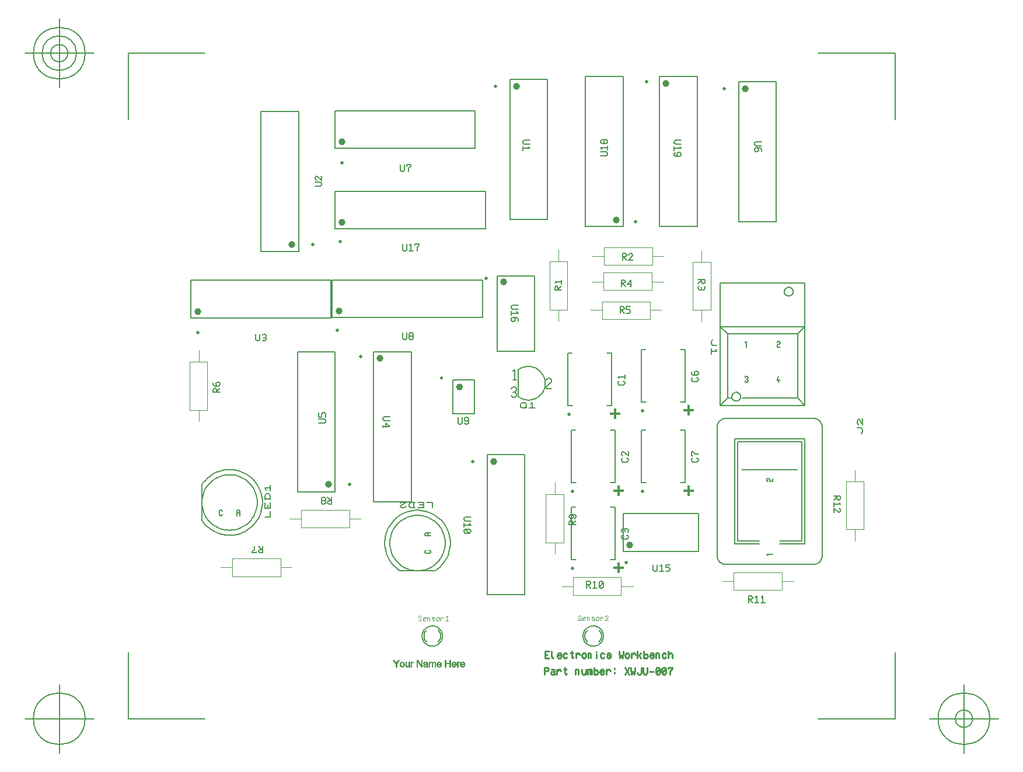
<source format=gbr>
G04 Generated by Ultiboard 12.0 *
%FSLAX25Y25*%
%MOIN*%

%ADD10C,0.00001*%
%ADD11C,0.00004*%
%ADD12C,0.00800*%
%ADD13C,0.00394*%
%ADD14C,0.00444*%
%ADD15C,0.00612*%
%ADD16C,0.00787*%
%ADD17C,0.01969*%
%ADD18C,0.00984*%
%ADD19C,0.01000*%
%ADD20C,0.00500*%
%ADD21C,0.01969*%
%ADD22C,0.03937*%


G04 ColorRGB FFFF00 for the following layer *
%LNSilkscreen Top*%
%LPD*%
G54D10*
G54D11*
G36*
X249949Y67436D02*
X249949Y67436D01*
X250918Y61853D01*
X250918Y67436D01*
X249949Y67436D01*
D02*
G37*
X250918Y61853D01*
X250918Y67436D01*
X249949Y67436D01*
G36*
X250918Y61853D02*
X250918Y61853D01*
X249949Y67436D01*
X249949Y65135D01*
X250918Y61853D01*
D02*
G37*
X249949Y67436D01*
X249949Y65135D01*
X250918Y61853D01*
G36*
X249949Y65135D02*
X249949Y65135D01*
X249949Y64154D01*
X250918Y61853D01*
X249949Y65135D01*
D02*
G37*
X249949Y64154D01*
X250918Y61853D01*
X249949Y65135D01*
G36*
X249949Y64154D02*
X249949Y64154D01*
X249949Y65135D01*
X247648Y65135D01*
X249949Y64154D01*
D02*
G37*
X249949Y65135D01*
X247648Y65135D01*
X249949Y64154D01*
G36*
X247648Y65135D02*
X247648Y65135D01*
X247648Y64154D01*
X249949Y64154D01*
X247648Y65135D01*
D02*
G37*
X247648Y64154D01*
X249949Y64154D01*
X247648Y65135D01*
G36*
X250918Y64154D02*
X250918Y64154D01*
X253236Y64154D01*
X250918Y65135D01*
X250918Y64154D01*
D02*
G37*
X253236Y64154D01*
X250918Y65135D01*
X250918Y64154D01*
G36*
X250918Y64154D01*
X250918Y67436D01*
X250918Y64154D01*
D02*
G37*
X250918Y67436D01*
X250918Y64154D01*
G36*
X250918Y64154D01*
X250918Y67436D01*
X250918Y61853D01*
X250918Y64154D01*
D02*
G37*
X250918Y67436D01*
X250918Y61853D01*
X250918Y64154D01*
G36*
X250918Y65135D02*
X250918Y65135D01*
X253236Y64154D01*
X253236Y65135D01*
X250918Y65135D01*
D02*
G37*
X253236Y64154D01*
X253236Y65135D01*
X250918Y65135D01*
G36*
X250918Y61853D02*
X250918Y61853D01*
X249949Y64154D01*
X249949Y61853D01*
X250918Y61853D01*
D02*
G37*
X249949Y64154D01*
X249949Y61853D01*
X250918Y61853D01*
G36*
X249949Y111436D02*
X249949Y111436D01*
X250918Y105853D01*
X250918Y111436D01*
X249949Y111436D01*
D02*
G37*
X250918Y105853D01*
X250918Y111436D01*
X249949Y111436D01*
G36*
X250918Y105853D02*
X250918Y105853D01*
X249949Y111436D01*
X249949Y109135D01*
X250918Y105853D01*
D02*
G37*
X249949Y111436D01*
X249949Y109135D01*
X250918Y105853D01*
G36*
X249949Y109135D02*
X249949Y109135D01*
X249949Y108154D01*
X250918Y105853D01*
X249949Y109135D01*
D02*
G37*
X249949Y108154D01*
X250918Y105853D01*
X249949Y109135D01*
G36*
X249949Y108154D02*
X249949Y108154D01*
X249949Y109135D01*
X247648Y109135D01*
X249949Y108154D01*
D02*
G37*
X249949Y109135D01*
X247648Y109135D01*
X249949Y108154D01*
G36*
X247648Y109135D02*
X247648Y109135D01*
X247648Y108154D01*
X249949Y108154D01*
X247648Y109135D01*
D02*
G37*
X247648Y108154D01*
X249949Y108154D01*
X247648Y109135D01*
G36*
X250918Y108154D02*
X250918Y108154D01*
X253236Y108154D01*
X250918Y109135D01*
X250918Y108154D01*
D02*
G37*
X253236Y108154D01*
X250918Y109135D01*
X250918Y108154D01*
G36*
X250918Y108154D01*
X250918Y111436D01*
X250918Y108154D01*
D02*
G37*
X250918Y111436D01*
X250918Y108154D01*
G36*
X250918Y108154D01*
X250918Y111436D01*
X250918Y105853D01*
X250918Y108154D01*
D02*
G37*
X250918Y111436D01*
X250918Y105853D01*
X250918Y108154D01*
G36*
X250918Y109135D02*
X250918Y109135D01*
X253236Y108154D01*
X253236Y109135D01*
X250918Y109135D01*
D02*
G37*
X253236Y108154D01*
X253236Y109135D01*
X250918Y109135D01*
G36*
X250918Y105853D02*
X250918Y105853D01*
X249949Y108154D01*
X249949Y105853D01*
X250918Y105853D01*
D02*
G37*
X249949Y108154D01*
X249949Y105853D01*
X250918Y105853D01*
G36*
X289949Y111436D02*
X289949Y111436D01*
X290918Y105853D01*
X290918Y111436D01*
X289949Y111436D01*
D02*
G37*
X290918Y105853D01*
X290918Y111436D01*
X289949Y111436D01*
G36*
X290918Y105853D02*
X290918Y105853D01*
X289949Y111436D01*
X289949Y109135D01*
X290918Y105853D01*
D02*
G37*
X289949Y111436D01*
X289949Y109135D01*
X290918Y105853D01*
G36*
X289949Y109135D02*
X289949Y109135D01*
X289949Y108154D01*
X290918Y105853D01*
X289949Y109135D01*
D02*
G37*
X289949Y108154D01*
X290918Y105853D01*
X289949Y109135D01*
G36*
X289949Y108154D02*
X289949Y108154D01*
X289949Y109135D01*
X287648Y109135D01*
X289949Y108154D01*
D02*
G37*
X289949Y109135D01*
X287648Y109135D01*
X289949Y108154D01*
G36*
X287648Y109135D02*
X287648Y109135D01*
X287648Y108154D01*
X289949Y108154D01*
X287648Y109135D01*
D02*
G37*
X287648Y108154D01*
X289949Y108154D01*
X287648Y109135D01*
G36*
X290918Y108154D02*
X290918Y108154D01*
X293236Y108154D01*
X290918Y109135D01*
X290918Y108154D01*
D02*
G37*
X293236Y108154D01*
X290918Y109135D01*
X290918Y108154D01*
G36*
X290918Y108154D01*
X290918Y111436D01*
X290918Y108154D01*
D02*
G37*
X290918Y111436D01*
X290918Y108154D01*
G36*
X290918Y108154D01*
X290918Y111436D01*
X290918Y105853D01*
X290918Y108154D01*
D02*
G37*
X290918Y111436D01*
X290918Y105853D01*
X290918Y108154D01*
G36*
X290918Y109135D02*
X290918Y109135D01*
X293236Y108154D01*
X293236Y109135D01*
X290918Y109135D01*
D02*
G37*
X293236Y108154D01*
X293236Y109135D01*
X290918Y109135D01*
G36*
X290918Y105853D02*
X290918Y105853D01*
X289949Y108154D01*
X289949Y105853D01*
X290918Y105853D01*
D02*
G37*
X289949Y108154D01*
X289949Y105853D01*
X290918Y105853D01*
G36*
X247949Y155436D02*
X247949Y155436D01*
X248918Y149853D01*
X248918Y155436D01*
X247949Y155436D01*
D02*
G37*
X248918Y149853D01*
X248918Y155436D01*
X247949Y155436D01*
G36*
X248918Y149853D02*
X248918Y149853D01*
X247949Y155436D01*
X247949Y153135D01*
X248918Y149853D01*
D02*
G37*
X247949Y155436D01*
X247949Y153135D01*
X248918Y149853D01*
G36*
X247949Y153135D02*
X247949Y153135D01*
X247949Y152154D01*
X248918Y149853D01*
X247949Y153135D01*
D02*
G37*
X247949Y152154D01*
X248918Y149853D01*
X247949Y153135D01*
G36*
X247949Y152154D02*
X247949Y152154D01*
X247949Y153135D01*
X245648Y153135D01*
X247949Y152154D01*
D02*
G37*
X247949Y153135D01*
X245648Y153135D01*
X247949Y152154D01*
G36*
X245648Y153135D02*
X245648Y153135D01*
X245648Y152154D01*
X247949Y152154D01*
X245648Y153135D01*
D02*
G37*
X245648Y152154D01*
X247949Y152154D01*
X245648Y153135D01*
G36*
X248918Y152154D02*
X248918Y152154D01*
X251236Y152154D01*
X248918Y153135D01*
X248918Y152154D01*
D02*
G37*
X251236Y152154D01*
X248918Y153135D01*
X248918Y152154D01*
G36*
X248918Y152154D01*
X248918Y155436D01*
X248918Y152154D01*
D02*
G37*
X248918Y155436D01*
X248918Y152154D01*
G36*
X248918Y152154D01*
X248918Y155436D01*
X248918Y149853D01*
X248918Y152154D01*
D02*
G37*
X248918Y155436D01*
X248918Y149853D01*
X248918Y152154D01*
G36*
X248918Y153135D02*
X248918Y153135D01*
X251236Y152154D01*
X251236Y153135D01*
X248918Y153135D01*
D02*
G37*
X251236Y152154D01*
X251236Y153135D01*
X248918Y153135D01*
G36*
X248918Y149853D02*
X248918Y149853D01*
X247949Y152154D01*
X247949Y149853D01*
X248918Y149853D01*
D02*
G37*
X247949Y152154D01*
X247949Y149853D01*
X248918Y149853D01*
G36*
X289949Y157436D02*
X289949Y157436D01*
X290918Y151853D01*
X290918Y157436D01*
X289949Y157436D01*
D02*
G37*
X290918Y151853D01*
X290918Y157436D01*
X289949Y157436D01*
G36*
X290918Y151853D02*
X290918Y151853D01*
X289949Y157436D01*
X289949Y155135D01*
X290918Y151853D01*
D02*
G37*
X289949Y157436D01*
X289949Y155135D01*
X290918Y151853D01*
G36*
X289949Y155135D02*
X289949Y155135D01*
X289949Y154154D01*
X290918Y151853D01*
X289949Y155135D01*
D02*
G37*
X289949Y154154D01*
X290918Y151853D01*
X289949Y155135D01*
G36*
X289949Y154154D02*
X289949Y154154D01*
X289949Y155135D01*
X287648Y155135D01*
X289949Y154154D01*
D02*
G37*
X289949Y155135D01*
X287648Y155135D01*
X289949Y154154D01*
G36*
X287648Y155135D02*
X287648Y155135D01*
X287648Y154154D01*
X289949Y154154D01*
X287648Y155135D01*
D02*
G37*
X287648Y154154D01*
X289949Y154154D01*
X287648Y155135D01*
G36*
X290918Y154154D02*
X290918Y154154D01*
X293236Y154154D01*
X290918Y155135D01*
X290918Y154154D01*
D02*
G37*
X293236Y154154D01*
X290918Y155135D01*
X290918Y154154D01*
G36*
X290918Y154154D01*
X290918Y157436D01*
X290918Y154154D01*
D02*
G37*
X290918Y157436D01*
X290918Y154154D01*
G36*
X290918Y154154D01*
X290918Y157436D01*
X290918Y151853D01*
X290918Y154154D01*
D02*
G37*
X290918Y157436D01*
X290918Y151853D01*
X290918Y154154D01*
G36*
X290918Y155135D02*
X290918Y155135D01*
X293236Y154154D01*
X293236Y155135D01*
X290918Y155135D01*
D02*
G37*
X293236Y154154D01*
X293236Y155135D01*
X290918Y155135D01*
G36*
X290918Y151853D02*
X290918Y151853D01*
X289949Y154154D01*
X289949Y151853D01*
X290918Y151853D01*
D02*
G37*
X289949Y154154D01*
X289949Y151853D01*
X290918Y151853D01*
G36*
X123167Y9543D02*
X123167Y9543D01*
X123167Y7872D01*
X123689Y7872D01*
X123167Y9543D01*
D02*
G37*
X123167Y7872D01*
X123689Y7872D01*
X123167Y9543D01*
G36*
X123167Y9543D01*
X123689Y7872D01*
X123431Y10001D01*
X123167Y9543D01*
D02*
G37*
X123689Y7872D01*
X123431Y10001D01*
X123167Y9543D01*
G36*
X123167Y9543D01*
X123431Y10001D01*
X122252Y11817D01*
X123167Y9543D01*
D02*
G37*
X123431Y10001D01*
X122252Y11817D01*
X123167Y9543D01*
G36*
X123167Y9543D01*
X122252Y11817D01*
X121617Y11817D01*
X123167Y9543D01*
D02*
G37*
X122252Y11817D01*
X121617Y11817D01*
X123167Y9543D01*
G36*
X123689Y9543D02*
X123689Y9543D01*
X125239Y11817D01*
X124604Y11817D01*
X123689Y9543D01*
D02*
G37*
X125239Y11817D01*
X124604Y11817D01*
X123689Y9543D01*
G36*
X123689Y9543D01*
X124604Y11817D01*
X123431Y10001D01*
X123689Y9543D01*
D02*
G37*
X124604Y11817D01*
X123431Y10001D01*
X123689Y9543D01*
G36*
X123689Y9543D01*
X123431Y10001D01*
X123689Y7872D01*
X123689Y9543D01*
D02*
G37*
X123431Y10001D01*
X123689Y7872D01*
X123689Y9543D01*
G36*
X128115Y9635D02*
X128115Y9635D01*
X128115Y8963D01*
X128138Y9298D01*
X128115Y9635D01*
D02*
G37*
X128115Y8963D01*
X128138Y9298D01*
X128115Y9635D01*
G36*
X128115Y8963D02*
X128115Y8963D01*
X128115Y9635D01*
X127933Y10187D01*
X128115Y8963D01*
D02*
G37*
X128115Y9635D01*
X127933Y10187D01*
X128115Y8963D01*
G36*
X127933Y10187D02*
X127933Y10187D01*
X127933Y8412D01*
X128115Y8963D01*
X127933Y10187D01*
D02*
G37*
X127933Y8412D01*
X128115Y8963D01*
X127933Y10187D01*
G36*
X127933Y8412D02*
X127933Y8412D01*
X127933Y10187D01*
X127773Y10402D01*
X127933Y8412D01*
D02*
G37*
X127933Y10187D01*
X127773Y10402D01*
X127933Y8412D01*
G36*
X127773Y10402D02*
X127773Y10402D01*
X127773Y8196D01*
X127933Y8412D01*
X127773Y10402D01*
D02*
G37*
X127773Y8196D01*
X127933Y8412D01*
X127773Y10402D01*
G36*
X127773Y8196D02*
X127773Y8196D01*
X127773Y10402D01*
X127613Y9298D01*
X127773Y8196D01*
D02*
G37*
X127773Y10402D01*
X127613Y9298D01*
X127773Y8196D01*
G36*
X127613Y9298D02*
X127613Y9298D01*
X127575Y8025D01*
X127773Y8196D01*
X127613Y9298D01*
D02*
G37*
X127575Y8025D01*
X127773Y8196D01*
X127613Y9298D01*
G36*
X127575Y8025D02*
X127575Y8025D01*
X127613Y9298D01*
X127557Y8822D01*
X127575Y8025D01*
D02*
G37*
X127613Y9298D01*
X127557Y8822D01*
X127575Y8025D01*
G36*
X127557Y8822D02*
X127557Y8822D01*
X127387Y8479D01*
X127575Y8025D01*
X127557Y8822D01*
D02*
G37*
X127387Y8479D01*
X127575Y8025D01*
X127557Y8822D01*
G36*
X127575Y10573D02*
X127575Y10573D01*
X127088Y10768D01*
X127127Y10327D01*
X127575Y10573D01*
D02*
G37*
X127088Y10768D01*
X127127Y10327D01*
X127575Y10573D01*
G36*
X127575Y10573D01*
X127127Y10327D01*
X127387Y10121D01*
X127575Y10573D01*
D02*
G37*
X127127Y10327D01*
X127387Y10121D01*
X127575Y10573D01*
G36*
X127575Y10573D01*
X127387Y10121D01*
X127557Y9777D01*
X127575Y10573D01*
D02*
G37*
X127387Y10121D01*
X127557Y9777D01*
X127575Y10573D01*
G36*
X127575Y10573D01*
X127557Y9777D01*
X127613Y9298D01*
X127575Y10573D01*
D02*
G37*
X127557Y9777D01*
X127613Y9298D01*
X127575Y10573D01*
G36*
X127575Y10573D01*
X127613Y9298D01*
X127773Y10402D01*
X127575Y10573D01*
D02*
G37*
X127613Y9298D01*
X127773Y10402D01*
X127575Y10573D01*
G36*
X126469Y10327D02*
X126469Y10327D01*
X126509Y10768D01*
X126208Y10121D01*
X126469Y10327D01*
D02*
G37*
X126509Y10768D01*
X126208Y10121D01*
X126469Y10327D01*
G36*
X126509Y10768D02*
X126509Y10768D01*
X126469Y10327D01*
X126798Y10396D01*
X126509Y10768D01*
D02*
G37*
X126469Y10327D01*
X126798Y10396D01*
X126509Y10768D01*
G36*
X126798Y10396D02*
X126798Y10396D01*
X126798Y10792D01*
X126509Y10768D01*
X126798Y10396D01*
D02*
G37*
X126798Y10792D01*
X126509Y10768D01*
X126798Y10396D01*
G36*
X126798Y10792D02*
X126798Y10792D01*
X126798Y10396D01*
X127127Y10327D01*
X126798Y10792D01*
D02*
G37*
X126798Y10396D01*
X127127Y10327D01*
X126798Y10792D01*
G36*
X127127Y10327D02*
X127127Y10327D01*
X127088Y10768D01*
X126798Y10792D01*
X127127Y10327D01*
D02*
G37*
X127088Y10768D01*
X126798Y10792D01*
X127127Y10327D01*
G36*
X126022Y8025D02*
X126022Y8025D01*
X125825Y10402D01*
X125825Y8196D01*
X126022Y8025D01*
D02*
G37*
X125825Y10402D01*
X125825Y8196D01*
X126022Y8025D01*
G36*
X125825Y10402D02*
X125825Y10402D01*
X126022Y8025D01*
X125982Y9298D01*
X125825Y10402D01*
D02*
G37*
X126022Y8025D01*
X125982Y9298D01*
X125825Y10402D01*
G36*
X125982Y9298D02*
X125982Y9298D01*
X126022Y10573D01*
X125825Y10402D01*
X125982Y9298D01*
D02*
G37*
X126022Y10573D01*
X125825Y10402D01*
X125982Y9298D01*
G36*
X126022Y10573D02*
X126022Y10573D01*
X125982Y9298D01*
X126039Y9777D01*
X126022Y10573D01*
D02*
G37*
X125982Y9298D01*
X126039Y9777D01*
X126022Y10573D01*
G36*
X126039Y9777D02*
X126039Y9777D01*
X126509Y10768D01*
X126022Y10573D01*
X126039Y9777D01*
D02*
G37*
X126509Y10768D01*
X126022Y10573D01*
X126039Y9777D01*
G36*
X126509Y10768D02*
X126509Y10768D01*
X126039Y9777D01*
X126208Y10121D01*
X126509Y10768D01*
D02*
G37*
X126039Y9777D01*
X126208Y10121D01*
X126509Y10768D01*
G36*
X126798Y7805D02*
X126798Y7805D01*
X126798Y8203D01*
X126509Y7829D01*
X126798Y7805D01*
D02*
G37*
X126798Y8203D01*
X126509Y7829D01*
X126798Y7805D01*
G36*
X126798Y8203D02*
X126798Y8203D01*
X126798Y7805D01*
X127088Y7829D01*
X126798Y8203D01*
D02*
G37*
X126798Y7805D01*
X127088Y7829D01*
X126798Y8203D01*
G36*
X127088Y7829D02*
X127088Y7829D01*
X127127Y8272D01*
X126798Y8203D01*
X127088Y7829D01*
D02*
G37*
X127127Y8272D01*
X126798Y8203D01*
X127088Y7829D01*
G36*
X127127Y8272D02*
X127127Y8272D01*
X127088Y7829D01*
X127575Y8025D01*
X127127Y8272D01*
D02*
G37*
X127088Y7829D01*
X127575Y8025D01*
X127127Y8272D01*
G36*
X127575Y8025D02*
X127575Y8025D01*
X127387Y8479D01*
X127127Y8272D01*
X127575Y8025D01*
D02*
G37*
X127387Y8479D01*
X127127Y8272D01*
X127575Y8025D01*
G36*
X126509Y7829D02*
X126509Y7829D01*
X126798Y8203D01*
X126469Y8272D01*
X126509Y7829D01*
D02*
G37*
X126798Y8203D01*
X126469Y8272D01*
X126509Y7829D01*
G36*
X126509Y7829D01*
X126469Y8272D01*
X126208Y8479D01*
X126509Y7829D01*
D02*
G37*
X126469Y8272D01*
X126208Y8479D01*
X126509Y7829D01*
G36*
X126509Y7829D01*
X126208Y8479D01*
X126039Y8822D01*
X126509Y7829D01*
D02*
G37*
X126208Y8479D01*
X126039Y8822D01*
X126509Y7829D01*
G36*
X126509Y7829D01*
X126039Y8822D01*
X126022Y8025D01*
X126509Y7829D01*
D02*
G37*
X126039Y8822D01*
X126022Y8025D01*
X126509Y7829D01*
G36*
X125483Y8963D02*
X125483Y8963D01*
X125483Y9635D01*
X125460Y9298D01*
X125483Y8963D01*
D02*
G37*
X125483Y9635D01*
X125460Y9298D01*
X125483Y8963D01*
G36*
X125483Y9635D02*
X125483Y9635D01*
X125483Y8963D01*
X125665Y8412D01*
X125483Y9635D01*
D02*
G37*
X125483Y8963D01*
X125665Y8412D01*
X125483Y9635D01*
G36*
X125665Y8412D02*
X125665Y8412D01*
X125665Y10187D01*
X125483Y9635D01*
X125665Y8412D01*
D02*
G37*
X125665Y10187D01*
X125483Y9635D01*
X125665Y8412D01*
G36*
X125665Y10187D02*
X125665Y10187D01*
X125665Y8412D01*
X125825Y8196D01*
X125665Y10187D01*
D02*
G37*
X125665Y8412D01*
X125825Y8196D01*
X125665Y10187D01*
G36*
X125825Y8196D02*
X125825Y8196D01*
X125825Y10402D01*
X125665Y10187D01*
X125825Y8196D01*
D02*
G37*
X125825Y10402D01*
X125665Y10187D01*
X125825Y8196D01*
G36*
X125982Y9298D02*
X125982Y9298D01*
X126022Y8025D01*
X126039Y8822D01*
X125982Y9298D01*
D02*
G37*
X126022Y8025D01*
X126039Y8822D01*
X125982Y9298D01*
G36*
X129235Y8581D02*
X129235Y8581D01*
X129238Y7871D01*
X129327Y8378D01*
X129235Y8581D01*
D02*
G37*
X129238Y7871D01*
X129327Y8378D01*
X129235Y8581D01*
G36*
X129238Y7871D02*
X129238Y7871D01*
X129235Y8581D01*
X129204Y8881D01*
X129238Y7871D01*
D02*
G37*
X129235Y8581D01*
X129204Y8881D01*
X129238Y7871D01*
G36*
X129204Y8881D02*
X129204Y8881D01*
X128755Y8398D01*
X129238Y7871D01*
X129204Y8881D01*
D02*
G37*
X128755Y8398D01*
X129238Y7871D01*
X129204Y8881D01*
G36*
X128755Y8398D02*
X128755Y8398D01*
X129204Y8881D01*
X129204Y10727D01*
X128755Y8398D01*
D02*
G37*
X129204Y8881D01*
X129204Y10727D01*
X128755Y8398D01*
G36*
X129204Y10727D02*
X129204Y10727D01*
X128695Y10727D01*
X128755Y8398D01*
X129204Y10727D01*
D02*
G37*
X128695Y10727D01*
X128755Y8398D01*
X129204Y10727D01*
G36*
X130514Y10727D02*
X130514Y10727D01*
X131020Y7872D01*
X131020Y10727D01*
X130514Y10727D01*
D02*
G37*
X131020Y7872D01*
X131020Y10727D01*
X130514Y10727D01*
G36*
X131020Y7872D02*
X131020Y7872D01*
X130514Y10727D01*
X130514Y8682D01*
X131020Y7872D01*
D02*
G37*
X130514Y10727D01*
X130514Y8682D01*
X131020Y7872D01*
G36*
X130514Y8682D02*
X130514Y8682D01*
X130514Y8235D01*
X131020Y7872D01*
X130514Y8682D01*
D02*
G37*
X130514Y8235D01*
X131020Y7872D01*
X130514Y8682D01*
G36*
X130514Y8235D02*
X130514Y8235D01*
X130514Y8682D01*
X130333Y8482D01*
X130514Y8235D01*
D02*
G37*
X130514Y8682D01*
X130333Y8482D01*
X130514Y8235D01*
G36*
X130333Y8482D02*
X130333Y8482D01*
X130319Y8047D01*
X130514Y8235D01*
X130333Y8482D01*
D02*
G37*
X130319Y8047D01*
X130514Y8235D01*
X130333Y8482D01*
G36*
X130319Y8047D02*
X130319Y8047D01*
X130333Y8482D01*
X129945Y8253D01*
X130319Y8047D01*
D02*
G37*
X130333Y8482D01*
X129945Y8253D01*
X130319Y8047D01*
G36*
X129945Y8253D02*
X129945Y8253D01*
X129892Y7832D01*
X130319Y8047D01*
X129945Y8253D01*
D02*
G37*
X129892Y7832D01*
X130319Y8047D01*
X129945Y8253D01*
G36*
X129892Y7832D02*
X129892Y7832D01*
X129945Y8253D01*
X129737Y8225D01*
X129892Y7832D01*
D02*
G37*
X129945Y8253D01*
X129737Y8225D01*
X129892Y7832D01*
G36*
X129737Y8225D02*
X129737Y8225D01*
X129661Y7805D01*
X129892Y7832D01*
X129737Y8225D01*
D02*
G37*
X129661Y7805D01*
X129892Y7832D01*
X129737Y8225D01*
G36*
X129661Y7805D02*
X129661Y7805D01*
X129737Y8225D01*
X129492Y8263D01*
X129661Y7805D01*
D02*
G37*
X129737Y8225D01*
X129492Y8263D01*
X129661Y7805D01*
G36*
X129492Y8263D02*
X129492Y8263D01*
X129327Y8378D01*
X129661Y7805D01*
X129492Y8263D01*
D02*
G37*
X129327Y8378D01*
X129661Y7805D01*
X129492Y8263D01*
G36*
X131020Y7872D02*
X131020Y7872D01*
X130514Y8235D01*
X130514Y7872D01*
X131020Y7872D01*
D02*
G37*
X130514Y8235D01*
X130514Y7872D01*
X131020Y7872D01*
G36*
X129327Y8378D02*
X129327Y8378D01*
X129238Y7871D01*
X129661Y7805D01*
X129327Y8378D01*
D02*
G37*
X129238Y7871D01*
X129661Y7805D01*
X129327Y8378D01*
G36*
X128755Y8398D02*
X128755Y8398D01*
X128695Y10727D01*
X128695Y8860D01*
X128755Y8398D01*
D02*
G37*
X128695Y10727D01*
X128695Y8860D01*
X128755Y8398D01*
G36*
X132280Y7872D02*
X132280Y7872D01*
X132280Y10727D01*
X131771Y10727D01*
X132280Y7872D01*
D02*
G37*
X132280Y10727D01*
X131771Y10727D01*
X132280Y7872D01*
G36*
X132280Y10727D02*
X132280Y10727D01*
X132280Y7872D01*
X132280Y9890D01*
X132280Y10727D01*
D02*
G37*
X132280Y7872D01*
X132280Y9890D01*
X132280Y10727D01*
G36*
X132280Y9890D02*
X132280Y9890D01*
X132280Y10727D01*
X132280Y9890D01*
D02*
G37*
X132280Y10727D01*
X132280Y9890D01*
G36*
X132280Y10329D02*
X132280Y10329D01*
X132280Y9890D01*
X132425Y10068D01*
X132280Y10329D01*
D02*
G37*
X132280Y9890D01*
X132425Y10068D01*
X132280Y10329D01*
G36*
X132425Y10068D02*
X132425Y10068D01*
X132446Y10532D01*
X132280Y10329D01*
X132425Y10068D01*
D02*
G37*
X132446Y10532D01*
X132280Y10329D01*
X132425Y10068D01*
G36*
X132446Y10532D02*
X132446Y10532D01*
X132425Y10068D01*
X132758Y10271D01*
X132446Y10532D01*
D02*
G37*
X132425Y10068D01*
X132758Y10271D01*
X132446Y10532D01*
G36*
X132758Y10271D02*
X132758Y10271D01*
X132818Y10763D01*
X132446Y10532D01*
X132758Y10271D01*
D02*
G37*
X132818Y10763D01*
X132446Y10532D01*
X132758Y10271D01*
G36*
X132818Y10763D02*
X132818Y10763D01*
X132758Y10271D01*
X132945Y10297D01*
X132818Y10763D01*
D02*
G37*
X132758Y10271D01*
X132945Y10297D01*
X132818Y10763D01*
G36*
X132945Y10297D02*
X132945Y10297D01*
X133023Y10792D01*
X132818Y10763D01*
X132945Y10297D01*
D02*
G37*
X133023Y10792D01*
X132818Y10763D01*
X132945Y10297D01*
G36*
X133023Y10792D02*
X133023Y10792D01*
X132945Y10297D01*
X133123Y10289D01*
X133023Y10792D01*
D02*
G37*
X132945Y10297D01*
X133123Y10289D01*
X133023Y10792D01*
G36*
X133123Y10289D02*
X133123Y10289D01*
X133134Y10787D01*
X133023Y10792D01*
X133123Y10289D01*
D02*
G37*
X133134Y10787D01*
X133023Y10792D01*
X133123Y10289D01*
G36*
X133134Y10787D02*
X133134Y10787D01*
X133123Y10289D01*
X133254Y10265D01*
X133134Y10787D01*
D02*
G37*
X133123Y10289D01*
X133254Y10265D01*
X133134Y10787D01*
G36*
X133254Y10265D02*
X133254Y10265D01*
X133254Y10771D01*
X133134Y10787D01*
X133254Y10265D01*
D02*
G37*
X133254Y10771D01*
X133134Y10787D01*
X133254Y10265D01*
G36*
X132280Y7872D02*
X132280Y7872D01*
X131771Y10727D01*
X131771Y7872D01*
X132280Y7872D01*
D02*
G37*
X131771Y10727D01*
X131771Y7872D01*
X132280Y7872D01*
G36*
X135633Y7872D02*
X135633Y7872D01*
X135138Y11817D01*
X135138Y7872D01*
X135633Y7872D01*
D02*
G37*
X135138Y11817D01*
X135138Y7872D01*
X135633Y7872D01*
G36*
X135138Y11817D02*
X135138Y11817D01*
X135633Y7872D01*
X135633Y10986D01*
X135138Y11817D01*
D02*
G37*
X135633Y7872D01*
X135633Y10986D01*
X135138Y11817D01*
G36*
X135633Y10986D02*
X135633Y10986D01*
X135671Y11817D01*
X135138Y11817D01*
X135633Y10986D01*
D02*
G37*
X135671Y11817D01*
X135138Y11817D01*
X135633Y10986D01*
G36*
X135671Y11817D02*
X135671Y11817D01*
X135633Y10986D01*
X137700Y7872D01*
X135671Y11817D01*
D02*
G37*
X135633Y10986D01*
X137700Y7872D01*
X135671Y11817D01*
G36*
X137700Y7872D02*
X137700Y7872D01*
X137738Y8704D01*
X135671Y11817D01*
X137700Y7872D01*
D02*
G37*
X137738Y8704D01*
X135671Y11817D01*
X137700Y7872D01*
G36*
X137738Y8704D02*
X137738Y8704D01*
X137700Y7872D01*
X138236Y7872D01*
X137738Y8704D01*
D02*
G37*
X137700Y7872D01*
X138236Y7872D01*
X137738Y8704D01*
G36*
X138236Y7872D02*
X138236Y7872D01*
X137738Y11817D01*
X137738Y8704D01*
X138236Y7872D01*
D02*
G37*
X137738Y11817D01*
X137738Y8704D01*
X138236Y7872D01*
G36*
X137738Y11817D02*
X137738Y11817D01*
X138236Y7872D01*
X138236Y11817D01*
X137738Y11817D01*
D02*
G37*
X138236Y7872D01*
X138236Y11817D01*
X137738Y11817D01*
G36*
X140652Y8008D02*
X140652Y8008D01*
X140700Y8449D01*
X140491Y8316D01*
X140652Y8008D01*
D02*
G37*
X140700Y8449D01*
X140491Y8316D01*
X140652Y8008D01*
G36*
X140700Y8449D02*
X140700Y8449D01*
X140652Y8008D01*
X140860Y8165D01*
X140700Y8449D01*
D02*
G37*
X140652Y8008D01*
X140860Y8165D01*
X140700Y8449D01*
G36*
X140860Y8165D02*
X140860Y8165D01*
X140860Y8623D01*
X140700Y8449D01*
X140860Y8165D01*
D02*
G37*
X140860Y8623D01*
X140700Y8449D01*
X140860Y8165D01*
G36*
X140860Y8623D02*
X140860Y8623D01*
X140860Y8165D01*
X141366Y7872D01*
X140860Y8623D01*
D02*
G37*
X140860Y8165D01*
X141366Y7872D01*
X140860Y8623D01*
G36*
X141366Y7872D02*
X141366Y7872D01*
X140860Y9255D01*
X140860Y8623D01*
X141366Y7872D01*
D02*
G37*
X140860Y9255D01*
X140860Y8623D01*
X141366Y7872D01*
G36*
X140860Y9255D02*
X140860Y9255D01*
X141366Y7872D01*
X140860Y9629D01*
X140860Y9255D01*
D02*
G37*
X141366Y7872D01*
X140860Y9629D01*
X140860Y9255D01*
G36*
X140860Y9629D02*
X140860Y9629D01*
X140612Y9629D01*
X140860Y9255D01*
X140860Y9629D01*
D02*
G37*
X140612Y9629D01*
X140860Y9255D01*
X140860Y9629D01*
G36*
X139861Y7805D02*
X139861Y7805D01*
X140007Y8203D01*
X139760Y8232D01*
X139861Y7805D01*
D02*
G37*
X140007Y8203D01*
X139760Y8232D01*
X139861Y7805D01*
G36*
X140007Y8203D02*
X140007Y8203D01*
X139861Y7805D01*
X140153Y7827D01*
X140007Y8203D01*
D02*
G37*
X139861Y7805D01*
X140153Y7827D01*
X140007Y8203D01*
G36*
X140153Y7827D02*
X140153Y7827D01*
X140253Y8231D01*
X140007Y8203D01*
X140153Y7827D01*
D02*
G37*
X140253Y8231D01*
X140007Y8203D01*
X140153Y7827D01*
G36*
X140253Y8231D02*
X140253Y8231D01*
X140153Y7827D01*
X140652Y8008D01*
X140253Y8231D01*
D02*
G37*
X140153Y7827D01*
X140652Y8008D01*
X140253Y8231D01*
G36*
X140652Y8008D02*
X140652Y8008D01*
X140491Y8316D01*
X140253Y8231D01*
X140652Y8008D01*
D02*
G37*
X140491Y8316D01*
X140253Y8231D01*
X140652Y8008D01*
G36*
X139571Y8320D02*
X139571Y8320D01*
X139449Y8462D01*
X139474Y7862D01*
X139571Y8320D01*
D02*
G37*
X139449Y8462D01*
X139474Y7862D01*
X139571Y8320D01*
G36*
X139571Y8320D01*
X139474Y7862D01*
X139861Y7805D01*
X139571Y8320D01*
D02*
G37*
X139474Y7862D01*
X139861Y7805D01*
X139571Y8320D01*
G36*
X139571Y8320D01*
X139861Y7805D01*
X139760Y8232D01*
X139571Y8320D01*
D02*
G37*
X139861Y7805D01*
X139760Y8232D01*
X139571Y8320D01*
G36*
X139130Y9238D02*
X139130Y9238D01*
X139478Y8918D01*
X139857Y9567D01*
X139130Y9238D01*
D02*
G37*
X139478Y8918D01*
X139857Y9567D01*
X139130Y9238D01*
G36*
X139478Y8918D02*
X139478Y8918D01*
X139130Y9238D01*
X139162Y8035D01*
X139478Y8918D01*
D02*
G37*
X139130Y9238D01*
X139162Y8035D01*
X139478Y8918D01*
G36*
X139162Y8035D02*
X139162Y8035D01*
X139409Y8655D01*
X139478Y8918D01*
X139162Y8035D01*
D02*
G37*
X139409Y8655D01*
X139478Y8918D01*
X139162Y8035D01*
G36*
X139409Y8655D02*
X139409Y8655D01*
X139162Y8035D01*
X139474Y7862D01*
X139409Y8655D01*
D02*
G37*
X139162Y8035D01*
X139474Y7862D01*
X139409Y8655D01*
G36*
X139474Y7862D02*
X139474Y7862D01*
X139449Y8462D01*
X139409Y8655D01*
X139474Y7862D01*
D02*
G37*
X139449Y8462D01*
X139409Y8655D01*
X139474Y7862D01*
G36*
X140612Y9629D02*
X140612Y9629D01*
X139857Y9567D01*
X140030Y9218D01*
X140612Y9629D01*
D02*
G37*
X139857Y9567D01*
X140030Y9218D01*
X140612Y9629D01*
G36*
X140612Y9629D01*
X140030Y9218D01*
X140513Y9255D01*
X140612Y9629D01*
D02*
G37*
X140030Y9218D01*
X140513Y9255D01*
X140612Y9629D01*
G36*
X140612Y9629D01*
X140513Y9255D01*
X140860Y9255D01*
X140612Y9629D01*
D02*
G37*
X140513Y9255D01*
X140860Y9255D01*
X140612Y9629D01*
G36*
X138956Y8298D02*
X138956Y8298D01*
X139162Y8035D01*
X139130Y9238D01*
X138956Y8298D01*
D02*
G37*
X139162Y8035D01*
X139130Y9238D01*
X138956Y8298D01*
G36*
X138956Y8298D01*
X139130Y9238D01*
X138914Y8863D01*
X138956Y8298D01*
D02*
G37*
X139130Y9238D01*
X138914Y8863D01*
X138956Y8298D01*
G36*
X138956Y8298D01*
X138914Y8863D01*
X138887Y8628D01*
X138956Y8298D01*
D02*
G37*
X138914Y8863D01*
X138887Y8628D01*
X138956Y8298D01*
G36*
X141059Y10574D02*
X141059Y10574D01*
X140692Y10738D01*
X140766Y10202D01*
X141059Y10574D01*
D02*
G37*
X140692Y10738D01*
X140766Y10202D01*
X141059Y10574D01*
G36*
X141059Y10574D01*
X140766Y10202D01*
X140827Y10075D01*
X141059Y10574D01*
D02*
G37*
X140766Y10202D01*
X140827Y10075D01*
X141059Y10574D01*
G36*
X141059Y10574D01*
X140827Y10075D01*
X140852Y9894D01*
X141059Y10574D01*
D02*
G37*
X140827Y10075D01*
X140852Y9894D01*
X141059Y10574D01*
G36*
X141059Y10574D01*
X140852Y9894D01*
X140860Y9629D01*
X141059Y10574D01*
D02*
G37*
X140852Y9894D01*
X140860Y9629D01*
X141059Y10574D01*
G36*
X141059Y10574D01*
X140860Y9629D01*
X141366Y7872D01*
X141059Y10574D01*
D02*
G37*
X140860Y9629D01*
X141366Y7872D01*
X141059Y10574D01*
G36*
X141059Y10574D01*
X141366Y7872D01*
X141193Y10439D01*
X141059Y10574D01*
D02*
G37*
X141366Y7872D01*
X141193Y10439D01*
X141059Y10574D01*
G36*
X140176Y10396D02*
X140176Y10396D01*
X140203Y10792D01*
X139878Y10366D01*
X140176Y10396D01*
D02*
G37*
X140203Y10792D01*
X139878Y10366D01*
X140176Y10396D01*
G36*
X140203Y10792D02*
X140203Y10792D01*
X140176Y10396D01*
X140455Y10374D01*
X140203Y10792D01*
D02*
G37*
X140176Y10396D01*
X140455Y10374D01*
X140203Y10792D01*
G36*
X140455Y10374D02*
X140455Y10374D01*
X140692Y10738D01*
X140203Y10792D01*
X140455Y10374D01*
D02*
G37*
X140692Y10738D01*
X140203Y10792D01*
X140455Y10374D01*
G36*
X140692Y10738D02*
X140692Y10738D01*
X140455Y10374D01*
X140647Y10305D01*
X140692Y10738D01*
D02*
G37*
X140455Y10374D01*
X140647Y10305D01*
X140692Y10738D01*
G36*
X140647Y10305D02*
X140647Y10305D01*
X140766Y10202D01*
X140692Y10738D01*
X140647Y10305D01*
D02*
G37*
X140766Y10202D01*
X140692Y10738D01*
X140647Y10305D01*
G36*
X139476Y9912D02*
X139476Y9912D01*
X139069Y10297D01*
X138970Y9912D01*
X139476Y9912D01*
D02*
G37*
X139069Y10297D01*
X138970Y9912D01*
X139476Y9912D01*
G36*
X139069Y10297D02*
X139069Y10297D01*
X139476Y9912D01*
X139528Y10124D01*
X139069Y10297D01*
D02*
G37*
X139476Y9912D01*
X139528Y10124D01*
X139069Y10297D01*
G36*
X139528Y10124D02*
X139528Y10124D01*
X139685Y10737D01*
X139069Y10297D01*
X139528Y10124D01*
D02*
G37*
X139685Y10737D01*
X139069Y10297D01*
X139528Y10124D01*
G36*
X139685Y10737D02*
X139685Y10737D01*
X139528Y10124D01*
X139878Y10366D01*
X139685Y10737D01*
D02*
G37*
X139528Y10124D01*
X139878Y10366D01*
X139685Y10737D01*
G36*
X139878Y10366D02*
X139878Y10366D01*
X140203Y10792D01*
X139685Y10737D01*
X139878Y10366D01*
D02*
G37*
X140203Y10792D01*
X139685Y10737D01*
X139878Y10366D01*
G36*
X141347Y10011D02*
X141347Y10011D01*
X141193Y10439D01*
X141366Y7872D01*
X141347Y10011D01*
D02*
G37*
X141193Y10439D01*
X141366Y7872D01*
X141347Y10011D01*
G36*
X141347Y10011D01*
X141366Y7872D01*
X141366Y9718D01*
X141347Y10011D01*
D02*
G37*
X141366Y7872D01*
X141366Y9718D01*
X141347Y10011D01*
G36*
X141366Y7872D02*
X141366Y7872D01*
X140860Y8165D01*
X140860Y7872D01*
X141366Y7872D01*
D02*
G37*
X140860Y8165D01*
X140860Y7872D01*
X141366Y7872D01*
G36*
X139857Y9567D02*
X139857Y9567D01*
X139478Y8918D01*
X140030Y9218D01*
X139857Y9567D01*
D02*
G37*
X139478Y8918D01*
X140030Y9218D01*
X139857Y9567D01*
G36*
X142625Y7872D02*
X142625Y7872D01*
X142625Y10727D01*
X142117Y10727D01*
X142625Y7872D01*
D02*
G37*
X142625Y10727D01*
X142117Y10727D01*
X142625Y7872D01*
G36*
X142625Y10727D02*
X142625Y10727D01*
X142625Y7872D01*
X142625Y9917D01*
X142625Y10727D01*
D02*
G37*
X142625Y7872D01*
X142625Y9917D01*
X142625Y10727D01*
G36*
X142625Y9917D02*
X142625Y9917D01*
X142625Y10727D01*
X142625Y9917D01*
D02*
G37*
X142625Y10727D01*
X142625Y9917D01*
G36*
X142625Y10364D02*
X142625Y10364D01*
X142625Y9917D01*
X142803Y10118D01*
X142625Y10364D01*
D02*
G37*
X142625Y9917D01*
X142803Y10118D01*
X142625Y10364D01*
G36*
X142803Y10118D02*
X142803Y10118D01*
X142810Y10551D01*
X142625Y10364D01*
X142803Y10118D01*
D02*
G37*
X142810Y10551D01*
X142625Y10364D01*
X142803Y10118D01*
G36*
X142810Y10551D02*
X142810Y10551D01*
X142803Y10118D01*
X143163Y10346D01*
X142810Y10551D01*
D02*
G37*
X142803Y10118D01*
X143163Y10346D01*
X142810Y10551D01*
G36*
X143163Y10346D02*
X143163Y10346D01*
X143210Y10765D01*
X142810Y10551D01*
X143163Y10346D01*
D02*
G37*
X143210Y10765D01*
X142810Y10551D01*
X143163Y10346D01*
G36*
X143210Y10765D02*
X143210Y10765D01*
X143163Y10346D01*
X143346Y10375D01*
X143210Y10765D01*
D02*
G37*
X143163Y10346D01*
X143346Y10375D01*
X143210Y10765D01*
G36*
X143346Y10375D02*
X143346Y10375D01*
X143425Y10792D01*
X143210Y10765D01*
X143346Y10375D01*
D02*
G37*
X143425Y10792D01*
X143210Y10765D01*
X143346Y10375D01*
G36*
X143425Y10792D02*
X143425Y10792D01*
X143346Y10375D01*
X143554Y10337D01*
X143425Y10792D01*
D02*
G37*
X143346Y10375D01*
X143554Y10337D01*
X143425Y10792D01*
G36*
X143554Y10337D02*
X143554Y10337D01*
X143710Y10760D01*
X143425Y10792D01*
X143554Y10337D01*
D02*
G37*
X143710Y10760D01*
X143425Y10792D01*
X143554Y10337D01*
G36*
X143710Y10760D02*
X143710Y10760D01*
X143554Y10337D01*
X143691Y10224D01*
X143710Y10760D01*
D02*
G37*
X143554Y10337D01*
X143691Y10224D01*
X143710Y10760D01*
G36*
X143691Y10224D02*
X143691Y10224D01*
X143768Y10022D01*
X143710Y10760D01*
X143691Y10224D01*
D02*
G37*
X143768Y10022D01*
X143710Y10760D01*
X143691Y10224D01*
G36*
X143793Y9718D02*
X143793Y9718D01*
X144109Y10501D01*
X143768Y10022D01*
X143793Y9718D01*
D02*
G37*
X144109Y10501D01*
X143768Y10022D01*
X143793Y9718D01*
G36*
X144109Y10501D02*
X144109Y10501D01*
X143793Y9718D01*
X144299Y7872D01*
X144109Y10501D01*
D02*
G37*
X143793Y9718D01*
X144299Y7872D01*
X144109Y10501D01*
G36*
X144299Y7872D02*
X144299Y7872D01*
X144224Y10275D01*
X144109Y10501D01*
X144299Y7872D01*
D02*
G37*
X144224Y10275D01*
X144109Y10501D01*
X144299Y7872D01*
G36*
X144224Y10275D02*
X144224Y10275D01*
X144299Y7872D01*
X144299Y9917D01*
X144224Y10275D01*
D02*
G37*
X144299Y7872D01*
X144299Y9917D01*
X144224Y10275D01*
G36*
X144299Y9917D02*
X144299Y9917D01*
X144488Y10550D01*
X144224Y10275D01*
X144299Y9917D01*
D02*
G37*
X144488Y10550D01*
X144224Y10275D01*
X144299Y9917D01*
G36*
X144488Y10550D02*
X144488Y10550D01*
X144299Y9917D01*
X144478Y10118D01*
X144488Y10550D01*
D02*
G37*
X144299Y9917D01*
X144478Y10118D01*
X144488Y10550D01*
G36*
X144478Y10118D02*
X144478Y10118D01*
X144840Y10346D01*
X144488Y10550D01*
X144478Y10118D01*
D02*
G37*
X144840Y10346D01*
X144488Y10550D01*
X144478Y10118D01*
G36*
X145482Y10726D02*
X145482Y10726D01*
X145099Y10792D01*
X145228Y10337D01*
X145482Y10726D01*
D02*
G37*
X145099Y10792D01*
X145228Y10337D01*
X145482Y10726D01*
G36*
X145482Y10726D01*
X145228Y10337D01*
X145365Y10224D01*
X145482Y10726D01*
D02*
G37*
X145228Y10337D01*
X145365Y10224D01*
X145482Y10726D01*
G36*
X145482Y10726D01*
X145365Y10224D01*
X145442Y10022D01*
X145482Y10726D01*
D02*
G37*
X145365Y10224D01*
X145442Y10022D01*
X145482Y10726D01*
G36*
X145482Y10726D01*
X145442Y10022D01*
X145467Y9718D01*
X145482Y10726D01*
D02*
G37*
X145442Y10022D01*
X145467Y9718D01*
X145482Y10726D01*
G36*
X145482Y10726D01*
X145467Y9718D01*
X145976Y7872D01*
X145482Y10726D01*
D02*
G37*
X145467Y9718D01*
X145976Y7872D01*
X145482Y10726D01*
G36*
X145482Y10726D01*
X145976Y7872D01*
X145921Y10200D01*
X145482Y10726D01*
D02*
G37*
X145976Y7872D01*
X145921Y10200D01*
X145482Y10726D01*
G36*
X145099Y10792D02*
X145099Y10792D01*
X145023Y10375D01*
X145228Y10337D01*
X145099Y10792D01*
D02*
G37*
X145023Y10375D01*
X145228Y10337D01*
X145099Y10792D01*
G36*
X145023Y10375D02*
X145023Y10375D01*
X145099Y10792D01*
X144905Y10770D01*
X145023Y10375D01*
D02*
G37*
X145099Y10792D01*
X144905Y10770D01*
X145023Y10375D01*
G36*
X144905Y10770D02*
X144905Y10770D01*
X144840Y10346D01*
X145023Y10375D01*
X144905Y10770D01*
D02*
G37*
X144840Y10346D01*
X145023Y10375D01*
X144905Y10770D01*
G36*
X144840Y10346D02*
X144840Y10346D01*
X144905Y10770D01*
X144708Y10702D01*
X144840Y10346D01*
D02*
G37*
X144905Y10770D01*
X144708Y10702D01*
X144840Y10346D01*
G36*
X144708Y10702D02*
X144708Y10702D01*
X144488Y10550D01*
X144840Y10346D01*
X144708Y10702D01*
D02*
G37*
X144488Y10550D01*
X144840Y10346D01*
X144708Y10702D01*
G36*
X145976Y7872D02*
X145976Y7872D01*
X145467Y9718D01*
X145467Y7872D01*
X145976Y7872D01*
D02*
G37*
X145467Y9718D01*
X145467Y7872D01*
X145976Y7872D01*
G36*
X145921Y10200D02*
X145921Y10200D01*
X145976Y7872D01*
X145976Y9740D01*
X145921Y10200D01*
D02*
G37*
X145976Y7872D01*
X145976Y9740D01*
X145921Y10200D01*
G36*
X144299Y7872D02*
X144299Y7872D01*
X143793Y9718D01*
X143793Y7872D01*
X144299Y7872D01*
D02*
G37*
X143793Y9718D01*
X143793Y7872D01*
X144299Y7872D01*
G36*
X143710Y10760D02*
X143710Y10760D01*
X143768Y10022D01*
X144109Y10501D01*
X143710Y10760D01*
D02*
G37*
X143768Y10022D01*
X144109Y10501D01*
X143710Y10760D01*
G36*
X142625Y7872D02*
X142625Y7872D01*
X142117Y10727D01*
X142117Y7872D01*
X142625Y7872D01*
D02*
G37*
X142117Y10727D01*
X142117Y7872D01*
X142625Y7872D01*
G36*
X149000Y10187D02*
X149000Y10187D01*
X149205Y9177D01*
X149183Y9635D01*
X149000Y10187D01*
D02*
G37*
X149205Y9177D01*
X149183Y9635D01*
X149000Y10187D01*
G36*
X149205Y9177D02*
X149205Y9177D01*
X149000Y10187D01*
X148841Y10402D01*
X149205Y9177D01*
D02*
G37*
X149000Y10187D01*
X148841Y10402D01*
X149205Y9177D01*
G36*
X148841Y10402D02*
X148841Y10402D01*
X148670Y9576D01*
X149205Y9177D01*
X148841Y10402D01*
D02*
G37*
X148670Y9576D01*
X149205Y9177D01*
X148841Y10402D01*
G36*
X148670Y9576D02*
X148670Y9576D01*
X148841Y10402D01*
X148643Y10573D01*
X148670Y9576D01*
D02*
G37*
X148841Y10402D01*
X148643Y10573D01*
X148670Y9576D01*
G36*
X148643Y10573D02*
X148643Y10573D01*
X148570Y9936D01*
X148670Y9576D01*
X148643Y10573D01*
D02*
G37*
X148570Y9936D01*
X148670Y9576D01*
X148643Y10573D01*
G36*
X148570Y9936D02*
X148570Y9936D01*
X148643Y10573D01*
X148393Y10192D01*
X148570Y9936D01*
D02*
G37*
X148643Y10573D01*
X148393Y10192D01*
X148570Y9936D01*
G36*
X147865Y10396D02*
X147865Y10396D01*
X147865Y10792D01*
X147583Y10346D01*
X147865Y10396D01*
D02*
G37*
X147865Y10792D01*
X147583Y10346D01*
X147865Y10396D01*
G36*
X147865Y10792D02*
X147865Y10792D01*
X147865Y10396D01*
X148153Y10345D01*
X147865Y10792D01*
D02*
G37*
X147865Y10396D01*
X148153Y10345D01*
X147865Y10792D01*
G36*
X148153Y10345D02*
X148153Y10345D01*
X148155Y10768D01*
X147865Y10792D01*
X148153Y10345D01*
D02*
G37*
X148155Y10768D01*
X147865Y10792D01*
X148153Y10345D01*
G36*
X148155Y10768D02*
X148155Y10768D01*
X148153Y10345D01*
X148393Y10192D01*
X148155Y10768D01*
D02*
G37*
X148153Y10345D01*
X148393Y10192D01*
X148155Y10768D01*
G36*
X148393Y10192D02*
X148393Y10192D01*
X148643Y10573D01*
X148155Y10768D01*
X148393Y10192D01*
D02*
G37*
X148643Y10573D01*
X148155Y10768D01*
X148393Y10192D01*
G36*
X147581Y10767D02*
X147581Y10767D01*
X147097Y10569D01*
X147165Y9937D01*
X147581Y10767D01*
D02*
G37*
X147097Y10569D01*
X147165Y9937D01*
X147581Y10767D01*
G36*
X147581Y10767D01*
X147165Y9937D01*
X147343Y10193D01*
X147581Y10767D01*
D02*
G37*
X147165Y9937D01*
X147343Y10193D01*
X147581Y10767D01*
G36*
X147581Y10767D01*
X147343Y10193D01*
X147583Y10346D01*
X147581Y10767D01*
D02*
G37*
X147343Y10193D01*
X147583Y10346D01*
X147581Y10767D01*
G36*
X147581Y10767D01*
X147583Y10346D01*
X147865Y10792D01*
X147581Y10767D01*
D02*
G37*
X147583Y10346D01*
X147865Y10792D01*
X147581Y10767D01*
G36*
X147328Y8443D02*
X147328Y8443D01*
X147622Y7829D01*
X147597Y8263D01*
X147328Y8443D01*
D02*
G37*
X147622Y7829D01*
X147597Y8263D01*
X147328Y8443D01*
G36*
X147622Y7829D02*
X147622Y7829D01*
X147328Y8443D01*
X147140Y8746D01*
X147622Y7829D01*
D02*
G37*
X147328Y8443D01*
X147140Y8746D01*
X147622Y7829D01*
G36*
X147140Y8746D02*
X147140Y8746D01*
X147116Y8027D01*
X147622Y7829D01*
X147140Y8746D01*
D02*
G37*
X147116Y8027D01*
X147622Y7829D01*
X147140Y8746D01*
G36*
X147116Y8027D02*
X147116Y8027D01*
X147140Y8746D01*
X147055Y9177D01*
X147116Y8027D01*
D02*
G37*
X147140Y8746D01*
X147055Y9177D01*
X147116Y8027D01*
G36*
X147055Y9177D02*
X147055Y9177D01*
X146910Y8199D01*
X147116Y8027D01*
X147055Y9177D01*
D02*
G37*
X146910Y8199D01*
X147116Y8027D01*
X147055Y9177D01*
G36*
X146910Y8199D02*
X146910Y8199D01*
X147055Y9177D01*
X147066Y9576D01*
X146910Y8199D01*
D02*
G37*
X147055Y9177D01*
X147066Y9576D01*
X146910Y8199D01*
G36*
X147066Y9576D02*
X147066Y9576D01*
X147097Y10569D01*
X146910Y8199D01*
X147066Y9576D01*
D02*
G37*
X147097Y10569D01*
X146910Y8199D01*
X147066Y9576D01*
G36*
X147097Y10569D02*
X147097Y10569D01*
X147066Y9576D01*
X147165Y9937D01*
X147097Y10569D01*
D02*
G37*
X147066Y9576D01*
X147165Y9937D01*
X147097Y10569D01*
G36*
X146552Y8965D02*
X146552Y8965D01*
X146736Y10178D01*
X146551Y9629D01*
X146552Y8965D01*
D02*
G37*
X146736Y10178D01*
X146551Y9629D01*
X146552Y8965D01*
G36*
X146736Y10178D02*
X146736Y10178D01*
X146552Y8965D01*
X146743Y8416D01*
X146736Y10178D01*
D02*
G37*
X146552Y8965D01*
X146743Y8416D01*
X146736Y10178D01*
G36*
X146743Y8416D02*
X146743Y8416D01*
X146898Y10395D01*
X146736Y10178D01*
X146743Y8416D01*
D02*
G37*
X146898Y10395D01*
X146736Y10178D01*
X146743Y8416D01*
G36*
X146898Y10395D02*
X146898Y10395D01*
X146743Y8416D01*
X146910Y8199D01*
X146898Y10395D01*
D02*
G37*
X146743Y8416D01*
X146910Y8199D01*
X146898Y10395D01*
G36*
X146910Y8199D02*
X146910Y8199D01*
X147097Y10569D01*
X146898Y10395D01*
X146910Y8199D01*
D02*
G37*
X147097Y10569D01*
X146898Y10395D01*
X146910Y8199D01*
G36*
X147066Y9576D02*
X147066Y9576D01*
X147055Y9177D01*
X149205Y9177D01*
X147066Y9576D01*
D02*
G37*
X147055Y9177D01*
X149205Y9177D01*
X147066Y9576D01*
G36*
X147066Y9576D01*
X149205Y9177D01*
X148670Y9576D01*
X147066Y9576D01*
D02*
G37*
X149205Y9177D01*
X148670Y9576D01*
X147066Y9576D01*
G36*
X148752Y8044D02*
X148752Y8044D01*
X149022Y8334D01*
X149152Y8725D01*
X148752Y8044D01*
D02*
G37*
X149022Y8334D01*
X149152Y8725D01*
X148752Y8044D01*
G36*
X148752Y8044D01*
X149152Y8725D01*
X148627Y8725D01*
X148752Y8044D01*
D02*
G37*
X149152Y8725D01*
X148627Y8725D01*
X148752Y8044D01*
G36*
X148752Y8044D01*
X148627Y8725D01*
X148565Y8503D01*
X148752Y8044D01*
D02*
G37*
X148627Y8725D01*
X148565Y8503D01*
X148752Y8044D01*
G36*
X148752Y8044D01*
X148565Y8503D01*
X148402Y8339D01*
X148752Y8044D01*
D02*
G37*
X148565Y8503D01*
X148402Y8339D01*
X148752Y8044D01*
G36*
X148752Y8044D01*
X148402Y8339D01*
X148374Y7865D01*
X148752Y8044D01*
D02*
G37*
X148402Y8339D01*
X148374Y7865D01*
X148752Y8044D01*
G36*
X147922Y7805D02*
X147922Y7805D01*
X147922Y8203D01*
X147622Y7829D01*
X147922Y7805D01*
D02*
G37*
X147922Y8203D01*
X147622Y7829D01*
X147922Y7805D01*
G36*
X147922Y8203D02*
X147922Y8203D01*
X147922Y7805D01*
X148374Y7865D01*
X147922Y8203D01*
D02*
G37*
X147922Y7805D01*
X148374Y7865D01*
X147922Y8203D01*
G36*
X148374Y7865D02*
X148374Y7865D01*
X148175Y8237D01*
X147922Y8203D01*
X148374Y7865D01*
D02*
G37*
X148175Y8237D01*
X147922Y8203D01*
X148374Y7865D01*
G36*
X148175Y8237D02*
X148175Y8237D01*
X148374Y7865D01*
X148402Y8339D01*
X148175Y8237D01*
D02*
G37*
X148374Y7865D01*
X148402Y8339D01*
X148175Y8237D01*
G36*
X147597Y8263D02*
X147597Y8263D01*
X147622Y7829D01*
X147922Y8203D01*
X147597Y8263D01*
D02*
G37*
X147622Y7829D01*
X147922Y8203D01*
X147597Y8263D01*
G36*
X149183Y9635D02*
X149183Y9635D01*
X149205Y9177D01*
X149205Y9298D01*
X149183Y9635D01*
D02*
G37*
X149205Y9177D01*
X149205Y9298D01*
X149183Y9635D01*
G36*
X146552Y8965D02*
X146552Y8965D01*
X146551Y9629D01*
X146528Y9298D01*
X146552Y8965D01*
D02*
G37*
X146551Y9629D01*
X146528Y9298D01*
X146552Y8965D01*
G36*
X153878Y11817D02*
X153878Y11817D01*
X154402Y7872D01*
X154402Y11817D01*
X153878Y11817D01*
D02*
G37*
X154402Y7872D01*
X154402Y11817D01*
X153878Y11817D01*
G36*
X154402Y7872D02*
X154402Y7872D01*
X153878Y11817D01*
X153878Y10197D01*
X154402Y7872D01*
D02*
G37*
X153878Y11817D01*
X153878Y10197D01*
X154402Y7872D01*
G36*
X153878Y10197D02*
X153878Y10197D01*
X153878Y9729D01*
X154402Y7872D01*
X153878Y10197D01*
D02*
G37*
X153878Y9729D01*
X154402Y7872D01*
X153878Y10197D01*
G36*
X153878Y9729D02*
X153878Y9729D01*
X153878Y10197D01*
X151827Y10197D01*
X153878Y9729D01*
D02*
G37*
X153878Y10197D01*
X151827Y10197D01*
X153878Y9729D01*
G36*
X151827Y10197D02*
X151827Y10197D01*
X151827Y9729D01*
X153878Y9729D01*
X151827Y10197D01*
D02*
G37*
X151827Y9729D01*
X153878Y9729D01*
X151827Y10197D01*
G36*
X151827Y9729D02*
X151827Y9729D01*
X151827Y11817D01*
X151827Y9729D01*
D02*
G37*
X151827Y11817D01*
X151827Y9729D01*
G36*
X151827Y11817D02*
X151827Y11817D01*
X151827Y7872D01*
X151827Y9729D01*
X151827Y11817D01*
D02*
G37*
X151827Y7872D01*
X151827Y9729D01*
X151827Y11817D01*
G36*
X151827Y7872D02*
X151827Y7872D01*
X151827Y11817D01*
X151305Y11817D01*
X151827Y7872D01*
D02*
G37*
X151827Y11817D01*
X151305Y11817D01*
X151827Y7872D01*
G36*
X151305Y11817D02*
X151305Y11817D01*
X151305Y7872D01*
X151827Y7872D01*
X151305Y11817D01*
D02*
G37*
X151305Y7872D01*
X151827Y7872D01*
X151305Y11817D01*
G36*
X154402Y7872D02*
X154402Y7872D01*
X153878Y9729D01*
X153878Y7872D01*
X154402Y7872D01*
D02*
G37*
X153878Y9729D01*
X153878Y7872D01*
X154402Y7872D01*
G36*
X157510Y10187D02*
X157510Y10187D01*
X157715Y9177D01*
X157693Y9635D01*
X157510Y10187D01*
D02*
G37*
X157715Y9177D01*
X157693Y9635D01*
X157510Y10187D01*
G36*
X157715Y9177D02*
X157715Y9177D01*
X157510Y10187D01*
X157351Y10402D01*
X157715Y9177D01*
D02*
G37*
X157510Y10187D01*
X157351Y10402D01*
X157715Y9177D01*
G36*
X157351Y10402D02*
X157351Y10402D01*
X157180Y9576D01*
X157715Y9177D01*
X157351Y10402D01*
D02*
G37*
X157180Y9576D01*
X157715Y9177D01*
X157351Y10402D01*
G36*
X157180Y9576D02*
X157180Y9576D01*
X157351Y10402D01*
X157153Y10573D01*
X157180Y9576D01*
D02*
G37*
X157351Y10402D01*
X157153Y10573D01*
X157180Y9576D01*
G36*
X157153Y10573D02*
X157153Y10573D01*
X157080Y9936D01*
X157180Y9576D01*
X157153Y10573D01*
D02*
G37*
X157080Y9936D01*
X157180Y9576D01*
X157153Y10573D01*
G36*
X157080Y9936D02*
X157080Y9936D01*
X157153Y10573D01*
X156903Y10192D01*
X157080Y9936D01*
D02*
G37*
X157153Y10573D01*
X156903Y10192D01*
X157080Y9936D01*
G36*
X156375Y10396D02*
X156375Y10396D01*
X156375Y10792D01*
X156093Y10346D01*
X156375Y10396D01*
D02*
G37*
X156375Y10792D01*
X156093Y10346D01*
X156375Y10396D01*
G36*
X156375Y10792D02*
X156375Y10792D01*
X156375Y10396D01*
X156663Y10345D01*
X156375Y10792D01*
D02*
G37*
X156375Y10396D01*
X156663Y10345D01*
X156375Y10792D01*
G36*
X156663Y10345D02*
X156663Y10345D01*
X156665Y10768D01*
X156375Y10792D01*
X156663Y10345D01*
D02*
G37*
X156665Y10768D01*
X156375Y10792D01*
X156663Y10345D01*
G36*
X156665Y10768D02*
X156665Y10768D01*
X156663Y10345D01*
X156903Y10192D01*
X156665Y10768D01*
D02*
G37*
X156663Y10345D01*
X156903Y10192D01*
X156665Y10768D01*
G36*
X156903Y10192D02*
X156903Y10192D01*
X157153Y10573D01*
X156665Y10768D01*
X156903Y10192D01*
D02*
G37*
X157153Y10573D01*
X156665Y10768D01*
X156903Y10192D01*
G36*
X156091Y10767D02*
X156091Y10767D01*
X155607Y10569D01*
X155675Y9937D01*
X156091Y10767D01*
D02*
G37*
X155607Y10569D01*
X155675Y9937D01*
X156091Y10767D01*
G36*
X156091Y10767D01*
X155675Y9937D01*
X155853Y10193D01*
X156091Y10767D01*
D02*
G37*
X155675Y9937D01*
X155853Y10193D01*
X156091Y10767D01*
G36*
X156091Y10767D01*
X155853Y10193D01*
X156093Y10346D01*
X156091Y10767D01*
D02*
G37*
X155853Y10193D01*
X156093Y10346D01*
X156091Y10767D01*
G36*
X156091Y10767D01*
X156093Y10346D01*
X156375Y10792D01*
X156091Y10767D01*
D02*
G37*
X156093Y10346D01*
X156375Y10792D01*
X156091Y10767D01*
G36*
X155838Y8443D02*
X155838Y8443D01*
X156132Y7829D01*
X156107Y8263D01*
X155838Y8443D01*
D02*
G37*
X156132Y7829D01*
X156107Y8263D01*
X155838Y8443D01*
G36*
X156132Y7829D02*
X156132Y7829D01*
X155838Y8443D01*
X155650Y8746D01*
X156132Y7829D01*
D02*
G37*
X155838Y8443D01*
X155650Y8746D01*
X156132Y7829D01*
G36*
X155650Y8746D02*
X155650Y8746D01*
X155626Y8027D01*
X156132Y7829D01*
X155650Y8746D01*
D02*
G37*
X155626Y8027D01*
X156132Y7829D01*
X155650Y8746D01*
G36*
X155626Y8027D02*
X155626Y8027D01*
X155650Y8746D01*
X155565Y9177D01*
X155626Y8027D01*
D02*
G37*
X155650Y8746D01*
X155565Y9177D01*
X155626Y8027D01*
G36*
X155565Y9177D02*
X155565Y9177D01*
X155420Y8199D01*
X155626Y8027D01*
X155565Y9177D01*
D02*
G37*
X155420Y8199D01*
X155626Y8027D01*
X155565Y9177D01*
G36*
X155420Y8199D02*
X155420Y8199D01*
X155565Y9177D01*
X155576Y9576D01*
X155420Y8199D01*
D02*
G37*
X155565Y9177D01*
X155576Y9576D01*
X155420Y8199D01*
G36*
X155576Y9576D02*
X155576Y9576D01*
X155607Y10569D01*
X155420Y8199D01*
X155576Y9576D01*
D02*
G37*
X155607Y10569D01*
X155420Y8199D01*
X155576Y9576D01*
G36*
X155607Y10569D02*
X155607Y10569D01*
X155576Y9576D01*
X155675Y9937D01*
X155607Y10569D01*
D02*
G37*
X155576Y9576D01*
X155675Y9937D01*
X155607Y10569D01*
G36*
X155061Y8965D02*
X155061Y8965D01*
X155246Y10178D01*
X155061Y9629D01*
X155061Y8965D01*
D02*
G37*
X155246Y10178D01*
X155061Y9629D01*
X155061Y8965D01*
G36*
X155246Y10178D02*
X155246Y10178D01*
X155061Y8965D01*
X155253Y8416D01*
X155246Y10178D01*
D02*
G37*
X155061Y8965D01*
X155253Y8416D01*
X155246Y10178D01*
G36*
X155253Y8416D02*
X155253Y8416D01*
X155408Y10395D01*
X155246Y10178D01*
X155253Y8416D01*
D02*
G37*
X155408Y10395D01*
X155246Y10178D01*
X155253Y8416D01*
G36*
X155408Y10395D02*
X155408Y10395D01*
X155253Y8416D01*
X155420Y8199D01*
X155408Y10395D01*
D02*
G37*
X155253Y8416D01*
X155420Y8199D01*
X155408Y10395D01*
G36*
X155420Y8199D02*
X155420Y8199D01*
X155607Y10569D01*
X155408Y10395D01*
X155420Y8199D01*
D02*
G37*
X155607Y10569D01*
X155408Y10395D01*
X155420Y8199D01*
G36*
X155576Y9576D02*
X155576Y9576D01*
X155565Y9177D01*
X157715Y9177D01*
X155576Y9576D01*
D02*
G37*
X155565Y9177D01*
X157715Y9177D01*
X155576Y9576D01*
G36*
X155576Y9576D01*
X157715Y9177D01*
X157180Y9576D01*
X155576Y9576D01*
D02*
G37*
X157715Y9177D01*
X157180Y9576D01*
X155576Y9576D01*
G36*
X157262Y8044D02*
X157262Y8044D01*
X157532Y8334D01*
X157662Y8725D01*
X157262Y8044D01*
D02*
G37*
X157532Y8334D01*
X157662Y8725D01*
X157262Y8044D01*
G36*
X157262Y8044D01*
X157662Y8725D01*
X157137Y8725D01*
X157262Y8044D01*
D02*
G37*
X157662Y8725D01*
X157137Y8725D01*
X157262Y8044D01*
G36*
X157262Y8044D01*
X157137Y8725D01*
X157075Y8503D01*
X157262Y8044D01*
D02*
G37*
X157137Y8725D01*
X157075Y8503D01*
X157262Y8044D01*
G36*
X157262Y8044D01*
X157075Y8503D01*
X156912Y8339D01*
X157262Y8044D01*
D02*
G37*
X157075Y8503D01*
X156912Y8339D01*
X157262Y8044D01*
G36*
X157262Y8044D01*
X156912Y8339D01*
X156884Y7865D01*
X157262Y8044D01*
D02*
G37*
X156912Y8339D01*
X156884Y7865D01*
X157262Y8044D01*
G36*
X156432Y7805D02*
X156432Y7805D01*
X156432Y8203D01*
X156132Y7829D01*
X156432Y7805D01*
D02*
G37*
X156432Y8203D01*
X156132Y7829D01*
X156432Y7805D01*
G36*
X156432Y8203D02*
X156432Y8203D01*
X156432Y7805D01*
X156884Y7865D01*
X156432Y8203D01*
D02*
G37*
X156432Y7805D01*
X156884Y7865D01*
X156432Y8203D01*
G36*
X156884Y7865D02*
X156884Y7865D01*
X156685Y8237D01*
X156432Y8203D01*
X156884Y7865D01*
D02*
G37*
X156685Y8237D01*
X156432Y8203D01*
X156884Y7865D01*
G36*
X156685Y8237D02*
X156685Y8237D01*
X156884Y7865D01*
X156912Y8339D01*
X156685Y8237D01*
D02*
G37*
X156884Y7865D01*
X156912Y8339D01*
X156685Y8237D01*
G36*
X156107Y8263D02*
X156107Y8263D01*
X156132Y7829D01*
X156432Y8203D01*
X156107Y8263D01*
D02*
G37*
X156132Y7829D01*
X156432Y8203D01*
X156107Y8263D01*
G36*
X157693Y9635D02*
X157693Y9635D01*
X157715Y9177D01*
X157715Y9298D01*
X157693Y9635D01*
D02*
G37*
X157715Y9177D01*
X157715Y9298D01*
X157693Y9635D01*
G36*
X155061Y8965D02*
X155061Y8965D01*
X155061Y9629D01*
X155038Y9298D01*
X155061Y8965D01*
D02*
G37*
X155061Y9629D01*
X155038Y9298D01*
X155061Y8965D01*
G36*
X158792Y7872D02*
X158792Y7872D01*
X158792Y10727D01*
X158283Y10727D01*
X158792Y7872D01*
D02*
G37*
X158792Y10727D01*
X158283Y10727D01*
X158792Y7872D01*
G36*
X158792Y10727D02*
X158792Y10727D01*
X158792Y7872D01*
X158792Y9890D01*
X158792Y10727D01*
D02*
G37*
X158792Y7872D01*
X158792Y9890D01*
X158792Y10727D01*
G36*
X158792Y9890D02*
X158792Y9890D01*
X158792Y10727D01*
X158792Y9890D01*
D02*
G37*
X158792Y10727D01*
X158792Y9890D01*
G36*
X158792Y10329D02*
X158792Y10329D01*
X158792Y9890D01*
X158937Y10068D01*
X158792Y10329D01*
D02*
G37*
X158792Y9890D01*
X158937Y10068D01*
X158792Y10329D01*
G36*
X158937Y10068D02*
X158937Y10068D01*
X158958Y10532D01*
X158792Y10329D01*
X158937Y10068D01*
D02*
G37*
X158958Y10532D01*
X158792Y10329D01*
X158937Y10068D01*
G36*
X158958Y10532D02*
X158958Y10532D01*
X158937Y10068D01*
X159270Y10271D01*
X158958Y10532D01*
D02*
G37*
X158937Y10068D01*
X159270Y10271D01*
X158958Y10532D01*
G36*
X159270Y10271D02*
X159270Y10271D01*
X159330Y10763D01*
X158958Y10532D01*
X159270Y10271D01*
D02*
G37*
X159330Y10763D01*
X158958Y10532D01*
X159270Y10271D01*
G36*
X159330Y10763D02*
X159330Y10763D01*
X159270Y10271D01*
X159457Y10297D01*
X159330Y10763D01*
D02*
G37*
X159270Y10271D01*
X159457Y10297D01*
X159330Y10763D01*
G36*
X159457Y10297D02*
X159457Y10297D01*
X159535Y10792D01*
X159330Y10763D01*
X159457Y10297D01*
D02*
G37*
X159535Y10792D01*
X159330Y10763D01*
X159457Y10297D01*
G36*
X159535Y10792D02*
X159535Y10792D01*
X159457Y10297D01*
X159635Y10289D01*
X159535Y10792D01*
D02*
G37*
X159457Y10297D01*
X159635Y10289D01*
X159535Y10792D01*
G36*
X159635Y10289D02*
X159635Y10289D01*
X159646Y10787D01*
X159535Y10792D01*
X159635Y10289D01*
D02*
G37*
X159646Y10787D01*
X159535Y10792D01*
X159635Y10289D01*
G36*
X159646Y10787D02*
X159646Y10787D01*
X159635Y10289D01*
X159766Y10265D01*
X159646Y10787D01*
D02*
G37*
X159635Y10289D01*
X159766Y10265D01*
X159646Y10787D01*
G36*
X159766Y10265D02*
X159766Y10265D01*
X159766Y10771D01*
X159646Y10787D01*
X159766Y10265D01*
D02*
G37*
X159766Y10771D01*
X159646Y10787D01*
X159766Y10265D01*
G36*
X158792Y7872D02*
X158792Y7872D01*
X158283Y10727D01*
X158283Y7872D01*
X158792Y7872D01*
D02*
G37*
X158283Y10727D01*
X158283Y7872D01*
X158792Y7872D01*
G36*
X162411Y10187D02*
X162411Y10187D01*
X162616Y9177D01*
X162594Y9635D01*
X162411Y10187D01*
D02*
G37*
X162616Y9177D01*
X162594Y9635D01*
X162411Y10187D01*
G36*
X162616Y9177D02*
X162616Y9177D01*
X162411Y10187D01*
X162252Y10402D01*
X162616Y9177D01*
D02*
G37*
X162411Y10187D01*
X162252Y10402D01*
X162616Y9177D01*
G36*
X162252Y10402D02*
X162252Y10402D01*
X162081Y9576D01*
X162616Y9177D01*
X162252Y10402D01*
D02*
G37*
X162081Y9576D01*
X162616Y9177D01*
X162252Y10402D01*
G36*
X162081Y9576D02*
X162081Y9576D01*
X162252Y10402D01*
X162054Y10573D01*
X162081Y9576D01*
D02*
G37*
X162252Y10402D01*
X162054Y10573D01*
X162081Y9576D01*
G36*
X162054Y10573D02*
X162054Y10573D01*
X161980Y9936D01*
X162081Y9576D01*
X162054Y10573D01*
D02*
G37*
X161980Y9936D01*
X162081Y9576D01*
X162054Y10573D01*
G36*
X161980Y9936D02*
X161980Y9936D01*
X162054Y10573D01*
X161804Y10192D01*
X161980Y9936D01*
D02*
G37*
X162054Y10573D01*
X161804Y10192D01*
X161980Y9936D01*
G36*
X161276Y10396D02*
X161276Y10396D01*
X161276Y10792D01*
X160993Y10346D01*
X161276Y10396D01*
D02*
G37*
X161276Y10792D01*
X160993Y10346D01*
X161276Y10396D01*
G36*
X161276Y10792D02*
X161276Y10792D01*
X161276Y10396D01*
X161564Y10345D01*
X161276Y10792D01*
D02*
G37*
X161276Y10396D01*
X161564Y10345D01*
X161276Y10792D01*
G36*
X161564Y10345D02*
X161564Y10345D01*
X161566Y10768D01*
X161276Y10792D01*
X161564Y10345D01*
D02*
G37*
X161566Y10768D01*
X161276Y10792D01*
X161564Y10345D01*
G36*
X161566Y10768D02*
X161566Y10768D01*
X161564Y10345D01*
X161804Y10192D01*
X161566Y10768D01*
D02*
G37*
X161564Y10345D01*
X161804Y10192D01*
X161566Y10768D01*
G36*
X161804Y10192D02*
X161804Y10192D01*
X162054Y10573D01*
X161566Y10768D01*
X161804Y10192D01*
D02*
G37*
X162054Y10573D01*
X161566Y10768D01*
X161804Y10192D01*
G36*
X160992Y10767D02*
X160992Y10767D01*
X160508Y10569D01*
X160576Y9937D01*
X160992Y10767D01*
D02*
G37*
X160508Y10569D01*
X160576Y9937D01*
X160992Y10767D01*
G36*
X160992Y10767D01*
X160576Y9937D01*
X160754Y10193D01*
X160992Y10767D01*
D02*
G37*
X160576Y9937D01*
X160754Y10193D01*
X160992Y10767D01*
G36*
X160992Y10767D01*
X160754Y10193D01*
X160993Y10346D01*
X160992Y10767D01*
D02*
G37*
X160754Y10193D01*
X160993Y10346D01*
X160992Y10767D01*
G36*
X160992Y10767D01*
X160993Y10346D01*
X161276Y10792D01*
X160992Y10767D01*
D02*
G37*
X160993Y10346D01*
X161276Y10792D01*
X160992Y10767D01*
G36*
X160739Y8443D02*
X160739Y8443D01*
X161033Y7829D01*
X161008Y8263D01*
X160739Y8443D01*
D02*
G37*
X161033Y7829D01*
X161008Y8263D01*
X160739Y8443D01*
G36*
X161033Y7829D02*
X161033Y7829D01*
X160739Y8443D01*
X160550Y8746D01*
X161033Y7829D01*
D02*
G37*
X160739Y8443D01*
X160550Y8746D01*
X161033Y7829D01*
G36*
X160550Y8746D02*
X160550Y8746D01*
X160527Y8027D01*
X161033Y7829D01*
X160550Y8746D01*
D02*
G37*
X160527Y8027D01*
X161033Y7829D01*
X160550Y8746D01*
G36*
X160527Y8027D02*
X160527Y8027D01*
X160550Y8746D01*
X160466Y9177D01*
X160527Y8027D01*
D02*
G37*
X160550Y8746D01*
X160466Y9177D01*
X160527Y8027D01*
G36*
X160466Y9177D02*
X160466Y9177D01*
X160321Y8199D01*
X160527Y8027D01*
X160466Y9177D01*
D02*
G37*
X160321Y8199D01*
X160527Y8027D01*
X160466Y9177D01*
G36*
X160321Y8199D02*
X160321Y8199D01*
X160466Y9177D01*
X160477Y9576D01*
X160321Y8199D01*
D02*
G37*
X160466Y9177D01*
X160477Y9576D01*
X160321Y8199D01*
G36*
X160477Y9576D02*
X160477Y9576D01*
X160508Y10569D01*
X160321Y8199D01*
X160477Y9576D01*
D02*
G37*
X160508Y10569D01*
X160321Y8199D01*
X160477Y9576D01*
G36*
X160508Y10569D02*
X160508Y10569D01*
X160477Y9576D01*
X160576Y9937D01*
X160508Y10569D01*
D02*
G37*
X160477Y9576D01*
X160576Y9937D01*
X160508Y10569D01*
G36*
X159962Y8965D02*
X159962Y8965D01*
X160147Y10178D01*
X159962Y9629D01*
X159962Y8965D01*
D02*
G37*
X160147Y10178D01*
X159962Y9629D01*
X159962Y8965D01*
G36*
X160147Y10178D02*
X160147Y10178D01*
X159962Y8965D01*
X160153Y8416D01*
X160147Y10178D01*
D02*
G37*
X159962Y8965D01*
X160153Y8416D01*
X160147Y10178D01*
G36*
X160153Y8416D02*
X160153Y8416D01*
X160309Y10395D01*
X160147Y10178D01*
X160153Y8416D01*
D02*
G37*
X160309Y10395D01*
X160147Y10178D01*
X160153Y8416D01*
G36*
X160309Y10395D02*
X160309Y10395D01*
X160153Y8416D01*
X160321Y8199D01*
X160309Y10395D01*
D02*
G37*
X160153Y8416D01*
X160321Y8199D01*
X160309Y10395D01*
G36*
X160321Y8199D02*
X160321Y8199D01*
X160508Y10569D01*
X160309Y10395D01*
X160321Y8199D01*
D02*
G37*
X160508Y10569D01*
X160309Y10395D01*
X160321Y8199D01*
G36*
X160477Y9576D02*
X160477Y9576D01*
X160466Y9177D01*
X162616Y9177D01*
X160477Y9576D01*
D02*
G37*
X160466Y9177D01*
X162616Y9177D01*
X160477Y9576D01*
G36*
X160477Y9576D01*
X162616Y9177D01*
X162081Y9576D01*
X160477Y9576D01*
D02*
G37*
X162616Y9177D01*
X162081Y9576D01*
X160477Y9576D01*
G36*
X162163Y8044D02*
X162163Y8044D01*
X162433Y8334D01*
X162562Y8725D01*
X162163Y8044D01*
D02*
G37*
X162433Y8334D01*
X162562Y8725D01*
X162163Y8044D01*
G36*
X162163Y8044D01*
X162562Y8725D01*
X162038Y8725D01*
X162163Y8044D01*
D02*
G37*
X162562Y8725D01*
X162038Y8725D01*
X162163Y8044D01*
G36*
X162163Y8044D01*
X162038Y8725D01*
X161976Y8503D01*
X162163Y8044D01*
D02*
G37*
X162038Y8725D01*
X161976Y8503D01*
X162163Y8044D01*
G36*
X162163Y8044D01*
X161976Y8503D01*
X161813Y8339D01*
X162163Y8044D01*
D02*
G37*
X161976Y8503D01*
X161813Y8339D01*
X162163Y8044D01*
G36*
X162163Y8044D01*
X161813Y8339D01*
X161785Y7865D01*
X162163Y8044D01*
D02*
G37*
X161813Y8339D01*
X161785Y7865D01*
X162163Y8044D01*
G36*
X161333Y7805D02*
X161333Y7805D01*
X161333Y8203D01*
X161033Y7829D01*
X161333Y7805D01*
D02*
G37*
X161333Y8203D01*
X161033Y7829D01*
X161333Y7805D01*
G36*
X161333Y8203D02*
X161333Y8203D01*
X161333Y7805D01*
X161785Y7865D01*
X161333Y8203D01*
D02*
G37*
X161333Y7805D01*
X161785Y7865D01*
X161333Y8203D01*
G36*
X161785Y7865D02*
X161785Y7865D01*
X161586Y8237D01*
X161333Y8203D01*
X161785Y7865D01*
D02*
G37*
X161586Y8237D01*
X161333Y8203D01*
X161785Y7865D01*
G36*
X161586Y8237D02*
X161586Y8237D01*
X161785Y7865D01*
X161813Y8339D01*
X161586Y8237D01*
D02*
G37*
X161785Y7865D01*
X161813Y8339D01*
X161586Y8237D01*
G36*
X161008Y8263D02*
X161008Y8263D01*
X161033Y7829D01*
X161333Y8203D01*
X161008Y8263D01*
D02*
G37*
X161033Y7829D01*
X161333Y8203D01*
X161008Y8263D01*
G36*
X162594Y9635D02*
X162594Y9635D01*
X162616Y9177D01*
X162616Y9298D01*
X162594Y9635D01*
D02*
G37*
X162616Y9177D01*
X162616Y9298D01*
X162594Y9635D01*
G36*
X159962Y8965D02*
X159962Y8965D01*
X159962Y9629D01*
X159938Y9298D01*
X159962Y8965D01*
D02*
G37*
X159962Y9629D01*
X159938Y9298D01*
X159962Y8965D01*
G54D12*
X255291Y83200D02*
X256079Y82416D01*
X256079Y81633D01*
X255291Y80849D01*
X252929Y80849D01*
X252142Y81633D01*
X252142Y82416D01*
X252929Y83200D01*
X252535Y84768D02*
X252142Y85160D01*
X252142Y85944D01*
X252929Y86728D01*
X253717Y86728D01*
X254110Y86336D01*
X254504Y86728D01*
X255291Y86728D01*
X256079Y85944D01*
X256079Y85160D01*
X255685Y84768D01*
X254110Y85160D02*
X254110Y86336D01*
X223598Y69039D02*
X223598Y98961D01*
X248402Y98961D02*
X248402Y69039D01*
X245843Y69039D01*
X226157Y69039D02*
X223598Y69039D01*
X248361Y98997D02*
X245802Y98997D01*
X225961Y98961D02*
X223795Y98961D01*
X255291Y127200D02*
X256079Y126416D01*
X256079Y125633D01*
X255291Y124849D01*
X252929Y124849D01*
X252142Y125633D01*
X252142Y126416D01*
X252929Y127200D01*
X252929Y128376D02*
X252142Y129160D01*
X252142Y129944D01*
X252929Y130728D01*
X253323Y130728D01*
X256079Y128376D01*
X256079Y130728D01*
X255685Y130728D01*
X223598Y113039D02*
X223598Y142961D01*
X248402Y142961D02*
X248402Y113039D01*
X245843Y113039D01*
X226157Y113039D02*
X223598Y113039D01*
X248361Y142997D02*
X245802Y142997D01*
X225961Y142961D02*
X223795Y142961D01*
X295291Y127200D02*
X296079Y126416D01*
X296079Y125633D01*
X295291Y124849D01*
X292929Y124849D01*
X292142Y125633D01*
X292142Y126416D01*
X292929Y127200D01*
X296079Y129552D02*
X294110Y129552D01*
X292929Y130728D01*
X292142Y130728D01*
X292142Y128376D01*
X292929Y128376D01*
X263598Y113039D02*
X263598Y142961D01*
X288402Y142961D02*
X288402Y113039D01*
X285843Y113039D01*
X266157Y113039D02*
X263598Y113039D01*
X288361Y142997D02*
X285802Y142997D01*
X265961Y142961D02*
X263795Y142961D01*
X253291Y171200D02*
X254079Y170416D01*
X254079Y169633D01*
X253291Y168849D01*
X250929Y168849D01*
X250142Y169633D01*
X250142Y170416D01*
X250929Y171200D01*
X250929Y172768D02*
X250142Y173552D01*
X254079Y173552D01*
X254079Y172376D02*
X254079Y174728D01*
X221598Y157039D02*
X221598Y186961D01*
X246402Y186961D02*
X246402Y157039D01*
X243843Y157039D01*
X224157Y157039D02*
X221598Y157039D01*
X246361Y186997D02*
X243802Y186997D01*
X223961Y186961D02*
X221795Y186961D01*
X295291Y173200D02*
X296079Y172416D01*
X296079Y171633D01*
X295291Y170849D01*
X292929Y170849D01*
X292142Y171633D01*
X292142Y172416D01*
X292929Y173200D01*
X292142Y176336D02*
X292142Y175160D01*
X292929Y174376D01*
X294504Y174376D01*
X295291Y174376D01*
X296079Y175160D01*
X296079Y175944D01*
X295291Y176728D01*
X294504Y176728D01*
X293717Y175944D01*
X293717Y175160D01*
X294504Y174376D01*
X263598Y159039D02*
X263598Y188961D01*
X288402Y188961D02*
X288402Y159039D01*
X285843Y159039D01*
X266157Y159039D02*
X263598Y159039D01*
X288361Y188997D02*
X285802Y188997D01*
X265961Y188961D02*
X263795Y188961D01*
X304021Y194644D02*
X303426Y193533D01*
X303426Y192422D01*
X304021Y191311D01*
X306402Y191311D01*
X305807Y189089D02*
X306402Y187978D01*
X303426Y187978D01*
X303426Y189644D02*
X303426Y186311D01*
X308533Y227200D02*
X308533Y157200D01*
X356867Y157200D02*
X356867Y227200D01*
X312700Y198033D02*
X312700Y161367D01*
X352700Y198033D02*
X352700Y161367D01*
X323533Y193867D02*
X323533Y190533D01*
X341867Y192200D02*
X341939Y192203D01*
X342011Y192213D01*
X342082Y192229D01*
X342152Y192250D01*
X342219Y192278D01*
X342283Y192312D01*
X342345Y192351D01*
X342402Y192395D01*
X342456Y192444D01*
X342505Y192498D01*
X342549Y192555D01*
X342588Y192617D01*
X342622Y192681D01*
X342650Y192748D01*
X342671Y192818D01*
X342687Y192889D01*
X342697Y192961D01*
X342700Y193033D01*
X342697Y193106D01*
X342687Y193178D01*
X342671Y193249D01*
X342650Y193318D01*
X342622Y193386D01*
X342588Y193450D01*
X342549Y193511D01*
X342505Y193569D01*
X342456Y193623D01*
X342402Y193672D01*
X342345Y193716D01*
X342283Y193755D01*
X342219Y193789D01*
X342152Y193817D01*
X342082Y193838D01*
X342011Y193854D01*
X341939Y193864D01*
X341867Y193867D01*
X341794Y193864D01*
X341722Y193854D01*
X341651Y193838D01*
X341582Y193817D01*
X341514Y193789D01*
X341450Y193755D01*
X341389Y193716D01*
X341331Y193672D01*
X341277Y193623D01*
X341228Y193569D01*
X341184Y193511D01*
X341145Y193450D01*
X341111Y193386D01*
X341083Y193318D01*
X341062Y193249D01*
X341046Y193178D01*
X341036Y193106D01*
X341033Y193033D01*
X322700Y193033D02*
X323533Y193867D01*
X341867Y192200D02*
X341794Y192197D01*
X341722Y192187D01*
X341651Y192171D01*
X341582Y192150D01*
X341514Y192122D01*
X341450Y192088D01*
X341389Y192049D01*
X341331Y192005D01*
X341277Y191956D01*
X341228Y191902D01*
X341184Y191845D01*
X341145Y191783D01*
X341111Y191719D01*
X341083Y191652D01*
X341062Y191582D01*
X341046Y191511D01*
X341036Y191439D01*
X341033Y191367D01*
X308533Y157200D02*
X356867Y157200D01*
X352700Y161367D02*
X321033Y161367D01*
X341033Y172200D02*
X341867Y173867D01*
X342700Y171367D02*
X341033Y171367D01*
X342700Y190533D02*
X341033Y190533D01*
X341867Y170533D02*
X341867Y172200D01*
X312700Y161367D02*
X308533Y157200D01*
X320200Y162200D02*
X320190Y162418D01*
X320162Y162634D01*
X320115Y162847D01*
X320049Y163055D01*
X319966Y163257D01*
X319865Y163450D01*
X319748Y163634D01*
X319615Y163807D01*
X319468Y163968D01*
X319307Y164115D01*
X319134Y164248D01*
X318950Y164365D01*
X318757Y164466D01*
X318555Y164549D01*
X318347Y164615D01*
X318134Y164662D01*
X317918Y164690D01*
X317700Y164700D01*
X317482Y164690D01*
X317266Y164662D01*
X317053Y164615D01*
X316845Y164549D01*
X316643Y164466D01*
X316450Y164365D01*
X316266Y164248D01*
X316093Y164115D01*
X315932Y163968D01*
X315785Y163807D01*
X315652Y163634D01*
X315535Y163450D01*
X315434Y163257D01*
X315351Y163055D01*
X315285Y162847D01*
X315238Y162634D01*
X315210Y162418D01*
X315200Y162200D01*
X315210Y161982D01*
X315238Y161766D01*
X315285Y161553D01*
X315351Y161345D01*
X315434Y161143D01*
X315535Y160950D01*
X315652Y160766D01*
X315785Y160593D01*
X315932Y160432D01*
X316093Y160285D01*
X316266Y160152D01*
X316450Y160035D01*
X316643Y159934D01*
X316845Y159851D01*
X317053Y159785D01*
X317266Y159738D01*
X317482Y159710D01*
X317700Y159700D01*
X317918Y159710D01*
X318134Y159738D01*
X318347Y159785D01*
X318555Y159851D01*
X318757Y159934D01*
X318950Y160035D01*
X319134Y160152D01*
X319307Y160285D01*
X319468Y160432D01*
X319615Y160593D01*
X319748Y160766D01*
X319865Y160950D01*
X319966Y161143D01*
X320049Y161345D01*
X320115Y161553D01*
X320162Y161766D01*
X320190Y161982D01*
X320200Y162200D01*
X320200Y162200D01*
X312700Y161367D02*
X314367Y161367D01*
X323533Y172200D02*
X323606Y172203D01*
X323678Y172213D01*
X323749Y172229D01*
X323818Y172250D01*
X323886Y172278D01*
X323950Y172312D01*
X324011Y172351D01*
X324069Y172395D01*
X324123Y172444D01*
X324172Y172498D01*
X324216Y172555D01*
X324255Y172617D01*
X324289Y172681D01*
X324317Y172748D01*
X324338Y172818D01*
X324354Y172889D01*
X324364Y172961D01*
X324367Y173033D01*
X324364Y173106D01*
X324354Y173178D01*
X324338Y173249D01*
X324317Y173318D01*
X324289Y173386D01*
X324255Y173450D01*
X324216Y173511D01*
X324172Y173569D01*
X324123Y173623D01*
X324069Y173672D01*
X324011Y173716D01*
X323950Y173755D01*
X323886Y173789D01*
X323818Y173817D01*
X323749Y173838D01*
X323678Y173854D01*
X323606Y173864D01*
X323533Y173867D01*
X323461Y173864D01*
X323389Y173854D01*
X323318Y173838D01*
X323248Y173817D01*
X323181Y173789D01*
X323117Y173755D01*
X323055Y173716D01*
X322998Y173672D01*
X322944Y173623D01*
X322895Y173569D01*
X322851Y173511D01*
X322812Y173450D01*
X322778Y173386D01*
X322750Y173318D01*
X322729Y173249D01*
X322713Y173178D01*
X322703Y173106D01*
X322700Y173033D01*
X322700Y171367D02*
X322703Y171294D01*
X322713Y171222D01*
X322729Y171151D01*
X322750Y171082D01*
X322778Y171014D01*
X322812Y170950D01*
X322851Y170889D01*
X322895Y170831D01*
X322944Y170777D01*
X322998Y170728D01*
X323055Y170684D01*
X323117Y170645D01*
X323181Y170611D01*
X323248Y170583D01*
X323318Y170562D01*
X323389Y170546D01*
X323461Y170536D01*
X323533Y170533D01*
X323606Y170536D01*
X323678Y170546D01*
X323749Y170562D01*
X323818Y170583D01*
X323886Y170611D01*
X323950Y170645D01*
X324011Y170684D01*
X324069Y170728D01*
X324123Y170777D01*
X324172Y170831D01*
X324216Y170889D01*
X324255Y170950D01*
X324289Y171014D01*
X324317Y171082D01*
X324338Y171151D01*
X324354Y171222D01*
X324364Y171294D01*
X324367Y171367D01*
X324364Y171439D01*
X324354Y171511D01*
X324338Y171582D01*
X324317Y171652D01*
X324289Y171719D01*
X324255Y171783D01*
X324216Y171845D01*
X324172Y171902D01*
X324123Y171956D01*
X324069Y172005D01*
X324011Y172049D01*
X323950Y172088D01*
X323886Y172122D01*
X323818Y172150D01*
X323749Y172171D01*
X323678Y172187D01*
X323606Y172197D01*
X323533Y172200D01*
X323533Y172200D01*
X341033Y171367D02*
X341033Y172200D01*
X341033Y190533D02*
X341033Y191367D01*
X356867Y157200D02*
X352700Y161367D01*
X352700Y198033D02*
X312700Y198033D01*
X308533Y202200D02*
X356867Y202200D01*
X356867Y227200D02*
X308533Y227200D01*
X308533Y202200D02*
X312700Y198033D01*
X350200Y222200D02*
X350190Y222418D01*
X350162Y222634D01*
X350115Y222847D01*
X350049Y223055D01*
X349966Y223257D01*
X349865Y223450D01*
X349748Y223634D01*
X349615Y223807D01*
X349468Y223968D01*
X349307Y224115D01*
X349134Y224248D01*
X348950Y224365D01*
X348757Y224466D01*
X348555Y224549D01*
X348347Y224615D01*
X348134Y224662D01*
X347918Y224690D01*
X347700Y224700D01*
X347482Y224690D01*
X347266Y224662D01*
X347053Y224615D01*
X346845Y224549D01*
X346643Y224466D01*
X346450Y224365D01*
X346266Y224248D01*
X346093Y224115D01*
X345932Y223968D01*
X345785Y223807D01*
X345652Y223634D01*
X345535Y223450D01*
X345434Y223257D01*
X345351Y223055D01*
X345285Y222847D01*
X345238Y222634D01*
X345210Y222418D01*
X345200Y222200D01*
X345210Y221982D01*
X345238Y221766D01*
X345285Y221553D01*
X345351Y221345D01*
X345434Y221143D01*
X345535Y220950D01*
X345652Y220766D01*
X345785Y220593D01*
X345932Y220432D01*
X346093Y220285D01*
X346266Y220152D01*
X346450Y220035D01*
X346643Y219934D01*
X346845Y219851D01*
X347053Y219785D01*
X347266Y219738D01*
X347482Y219710D01*
X347700Y219700D01*
X347918Y219710D01*
X348134Y219738D01*
X348347Y219785D01*
X348555Y219851D01*
X348757Y219934D01*
X348950Y220035D01*
X349134Y220152D01*
X349307Y220285D01*
X349468Y220432D01*
X349615Y220593D01*
X349748Y220766D01*
X349865Y220950D01*
X349966Y221143D01*
X350049Y221345D01*
X350115Y221553D01*
X350162Y221766D01*
X350190Y221982D01*
X350200Y222200D01*
X350200Y222200D01*
X356867Y202200D02*
X352700Y198033D01*
X324728Y44391D02*
X324728Y48328D01*
X326296Y48328D01*
X327080Y47541D01*
X327080Y47147D01*
X326296Y46360D01*
X324728Y46360D01*
X325120Y46360D02*
X327080Y44391D01*
X328648Y47541D02*
X329432Y48328D01*
X329432Y44391D01*
X328256Y44391D02*
X330607Y44391D01*
X332175Y47541D02*
X332959Y48328D01*
X332959Y44391D01*
X331783Y44391D02*
X334135Y44391D01*
X232292Y52769D02*
X232292Y56706D01*
X233860Y56706D01*
X234644Y55919D01*
X234644Y55525D01*
X233860Y54738D01*
X232292Y54738D01*
X232684Y54738D02*
X234644Y52769D01*
X236211Y55919D02*
X236995Y56706D01*
X236995Y52769D01*
X235820Y52769D02*
X238171Y52769D01*
X239347Y55919D02*
X240131Y56706D01*
X240915Y56706D01*
X241699Y55919D01*
X241699Y53557D01*
X240915Y52769D01*
X240131Y52769D01*
X239347Y53557D01*
X239347Y55919D01*
X241699Y55919D02*
X239347Y53557D01*
X226246Y89032D02*
X222309Y89032D01*
X222309Y90600D01*
X223096Y91384D01*
X223490Y91384D01*
X224277Y90600D01*
X224277Y89032D01*
X224277Y89424D02*
X226246Y91384D01*
X225458Y92560D02*
X226246Y93344D01*
X226246Y94127D01*
X225458Y94911D01*
X223883Y94911D01*
X223096Y94911D01*
X222309Y94127D01*
X222309Y93344D01*
X223096Y92560D01*
X223883Y92560D01*
X224671Y93344D01*
X224671Y94127D01*
X223883Y94911D01*
X149933Y25433D02*
X149911Y25942D01*
X149845Y26446D01*
X149735Y26943D01*
X149582Y27428D01*
X149387Y27899D01*
X149152Y28350D01*
X148878Y28779D01*
X148569Y29183D01*
X148225Y29558D01*
X147850Y29902D01*
X147446Y30212D01*
X147017Y30485D01*
X146565Y30720D01*
X146095Y30915D01*
X145610Y31068D01*
X145113Y31178D01*
X144608Y31244D01*
X144100Y31267D01*
X143592Y31244D01*
X143087Y31178D01*
X142590Y31068D01*
X142105Y30915D01*
X141635Y30720D01*
X141183Y30485D01*
X140754Y30212D01*
X140350Y29902D01*
X139975Y29558D01*
X139631Y29183D01*
X139322Y28779D01*
X139048Y28350D01*
X138813Y27899D01*
X138618Y27428D01*
X138465Y26943D01*
X138355Y26446D01*
X138289Y25942D01*
X138267Y25433D01*
X138289Y24925D01*
X138355Y24420D01*
X138465Y23924D01*
X138618Y23438D01*
X138813Y22968D01*
X139048Y22517D01*
X139322Y22087D01*
X139631Y21684D01*
X139975Y21309D01*
X140350Y20965D01*
X140754Y20655D01*
X141183Y20382D01*
X141635Y20147D01*
X142105Y19952D01*
X142590Y19799D01*
X143087Y19689D01*
X143592Y19622D01*
X144100Y19600D01*
X144608Y19622D01*
X145113Y19689D01*
X145610Y19799D01*
X146095Y19952D01*
X146565Y20147D01*
X147017Y20382D01*
X147446Y20655D01*
X147850Y20965D01*
X148225Y21309D01*
X148569Y21684D01*
X148878Y22087D01*
X149152Y22517D01*
X149387Y22968D01*
X149582Y23438D01*
X149735Y23924D01*
X149845Y24420D01*
X149911Y24925D01*
X149933Y25433D01*
X140741Y28792D02*
X140461Y28487D01*
X140209Y28158D01*
X139986Y27808D01*
X139795Y27441D01*
X139636Y27058D01*
X139512Y26663D01*
X139422Y26258D01*
X139368Y25847D01*
X139350Y25433D01*
X139368Y25019D01*
X139422Y24609D01*
X139512Y24204D01*
X139636Y23809D01*
X139795Y23426D01*
X139986Y23058D01*
X140209Y22709D01*
X140461Y22380D01*
X140741Y22075D01*
X140741Y22075D01*
X147459Y22075D02*
X147739Y22380D01*
X147991Y22709D01*
X148214Y23058D01*
X148405Y23426D01*
X148564Y23809D01*
X148688Y24204D01*
X148778Y24608D01*
X148832Y25019D01*
X148850Y25433D01*
X148832Y25847D01*
X148778Y26258D01*
X148688Y26663D01*
X148564Y27058D01*
X148405Y27441D01*
X148214Y27808D01*
X147991Y28158D01*
X147739Y28487D01*
X147459Y28792D01*
X147459Y28792D01*
X76999Y282366D02*
X80149Y282366D01*
X80936Y283150D01*
X80936Y283934D01*
X80149Y284718D01*
X76999Y284718D01*
X77787Y285894D02*
X76999Y286677D01*
X76999Y287461D01*
X77787Y288245D01*
X78180Y288245D01*
X80936Y285894D01*
X80936Y288245D01*
X80543Y288245D01*
X46231Y325054D02*
X46231Y245054D01*
X67727Y245054D02*
X67727Y325054D01*
X46231Y245054D02*
X67727Y245054D01*
X67727Y325054D02*
X46231Y325054D01*
X166114Y93553D02*
X162965Y93553D01*
X162177Y92769D01*
X162177Y91985D01*
X162965Y91201D01*
X166114Y91201D01*
X165327Y89633D02*
X166114Y88849D01*
X162177Y88849D01*
X162177Y90025D02*
X162177Y87673D01*
X165327Y86497D02*
X166114Y85714D01*
X166114Y84930D01*
X165327Y84146D01*
X162965Y84146D01*
X162177Y84930D01*
X162177Y85714D01*
X162965Y86497D01*
X165327Y86497D01*
X165327Y84146D02*
X162965Y86497D01*
X196882Y49101D02*
X196882Y129101D01*
X175386Y129101D02*
X175386Y49101D01*
X196882Y129101D02*
X175386Y129101D01*
X175386Y49101D02*
X196882Y49101D01*
X22905Y164645D02*
X18968Y164645D01*
X18968Y166213D01*
X19755Y166997D01*
X20149Y166997D01*
X20936Y166213D01*
X20936Y164645D01*
X20936Y165037D02*
X22905Y166997D01*
X18968Y170133D02*
X18968Y168957D01*
X19755Y168173D01*
X21330Y168173D01*
X22117Y168173D01*
X22905Y168957D01*
X22905Y169741D01*
X22117Y170525D01*
X21330Y170525D01*
X20543Y169741D01*
X20543Y168957D01*
X21330Y168173D01*
X125899Y294680D02*
X125899Y291530D01*
X126683Y290743D01*
X127466Y290743D01*
X128250Y291530D01*
X128250Y294680D01*
X130602Y290743D02*
X130602Y292712D01*
X131778Y293893D01*
X131778Y294680D01*
X129426Y294680D01*
X129426Y293893D01*
X168587Y325448D02*
X88587Y325448D01*
X88587Y303952D02*
X168587Y303952D01*
X88587Y325448D02*
X88587Y303952D01*
X168587Y303952D02*
X168587Y325448D01*
X127206Y249379D02*
X127206Y246229D01*
X127990Y245442D01*
X128774Y245442D01*
X129557Y246229D01*
X129557Y249379D01*
X131125Y248591D02*
X131909Y249379D01*
X131909Y245442D01*
X130733Y245442D02*
X133085Y245442D01*
X135437Y245442D02*
X135437Y247410D01*
X136613Y248591D01*
X136613Y249379D01*
X134261Y249379D01*
X134261Y248591D01*
X174413Y279568D02*
X88587Y279568D01*
X88587Y258032D02*
X174413Y258032D01*
X88587Y279568D02*
X88587Y258032D01*
X174413Y258032D02*
X174413Y279568D01*
X86598Y104724D02*
X86598Y100787D01*
X85030Y100787D01*
X84247Y101574D01*
X84247Y101968D01*
X85030Y102755D01*
X86598Y102755D01*
X86206Y102755D02*
X84247Y104724D01*
X81503Y104724D02*
X82287Y104724D01*
X83071Y103936D01*
X83071Y103149D01*
X82679Y102755D01*
X83071Y102361D01*
X83071Y101574D01*
X82287Y100787D01*
X81503Y100787D01*
X80719Y101574D01*
X80719Y102361D01*
X81111Y102755D01*
X80719Y103149D01*
X80719Y103936D01*
X81503Y104724D01*
X82679Y102755D02*
X81111Y102755D01*
X48598Y93256D02*
X51574Y93256D01*
X51574Y96589D01*
X51574Y101589D02*
X51574Y98256D01*
X50086Y98256D01*
X48598Y98256D01*
X48598Y101589D01*
X50086Y98256D02*
X50086Y100478D01*
X51574Y103256D02*
X51574Y105478D01*
X50979Y106589D01*
X49193Y106589D01*
X48598Y105478D01*
X48598Y103256D01*
X48598Y103811D02*
X51574Y103811D01*
X49193Y108811D02*
X48598Y109922D01*
X51574Y109922D01*
X51574Y108256D02*
X51574Y111589D01*
X12575Y91488D02*
X13525Y90156D01*
X14587Y88913D01*
X15754Y87766D01*
X17016Y86726D01*
X18364Y85799D01*
X19788Y84994D01*
X21276Y84315D01*
X22818Y83769D01*
X24402Y83360D01*
X26015Y83090D01*
X27646Y82961D01*
X29281Y82976D01*
X30909Y83132D01*
X32518Y83431D01*
X34094Y83868D01*
X35626Y84441D01*
X37103Y85145D01*
X38512Y85975D01*
X39844Y86925D01*
X41087Y87987D01*
X42234Y89154D01*
X43274Y90416D01*
X44201Y91764D01*
X45006Y93188D01*
X45685Y94676D01*
X46231Y96218D01*
X46640Y97802D01*
X46910Y99415D01*
X47039Y101046D01*
X47024Y102681D01*
X46868Y104309D01*
X46569Y105918D01*
X46132Y107494D01*
X45559Y109026D01*
X44855Y110503D01*
X44025Y111912D01*
X43075Y113244D01*
X42013Y114487D01*
X40846Y115634D01*
X39584Y116674D01*
X38236Y117601D01*
X36812Y118406D01*
X35324Y119085D01*
X33782Y119631D01*
X32198Y120040D01*
X30585Y120310D01*
X28954Y120439D01*
X27319Y120424D01*
X25691Y120268D01*
X24082Y119969D01*
X22506Y119532D01*
X20974Y118959D01*
X19497Y118255D01*
X18088Y117425D01*
X16756Y116475D01*
X15513Y115413D01*
X14366Y114246D01*
X13326Y112984D01*
X12575Y111912D01*
X44133Y101700D02*
X44073Y103080D01*
X43893Y104449D01*
X43594Y105798D01*
X43178Y107115D01*
X42650Y108391D01*
X42012Y109617D01*
X41270Y110782D01*
X40429Y111877D01*
X39496Y112896D01*
X38477Y113829D01*
X37382Y114670D01*
X36217Y115412D01*
X34991Y116050D01*
X33715Y116578D01*
X32398Y116994D01*
X31049Y117293D01*
X29680Y117473D01*
X28300Y117533D01*
X26920Y117473D01*
X25551Y117293D01*
X24202Y116994D01*
X22885Y116578D01*
X21609Y116050D01*
X20383Y115412D01*
X19218Y114670D01*
X18123Y113829D01*
X17104Y112896D01*
X16171Y111877D01*
X15330Y110782D01*
X14588Y109617D01*
X13950Y108391D01*
X13422Y107115D01*
X13006Y105798D01*
X12707Y104449D01*
X12527Y103080D01*
X12467Y101700D01*
X12527Y100320D01*
X12707Y98951D01*
X13006Y97602D01*
X13422Y96285D01*
X13950Y95009D01*
X14588Y93783D01*
X15330Y92618D01*
X16171Y91523D01*
X17104Y90504D01*
X18123Y89571D01*
X19218Y88730D01*
X20383Y87988D01*
X21609Y87350D01*
X22885Y86822D01*
X24202Y86406D01*
X25551Y86107D01*
X26920Y85927D01*
X28300Y85867D01*
X29680Y85927D01*
X31049Y86107D01*
X32398Y86406D01*
X33715Y86822D01*
X34991Y87350D01*
X36217Y87988D01*
X37382Y88730D01*
X38477Y89571D01*
X39496Y90504D01*
X40429Y91523D01*
X41270Y92618D01*
X42012Y93783D01*
X42650Y95009D01*
X43178Y96285D01*
X43594Y97602D01*
X43893Y98951D01*
X44073Y100320D01*
X44133Y101700D01*
X32467Y94200D02*
X32467Y96700D01*
X34133Y96700D02*
X34130Y96773D01*
X34121Y96845D01*
X34105Y96916D01*
X34083Y96985D01*
X34055Y97052D01*
X34022Y97117D01*
X33983Y97178D01*
X33938Y97236D01*
X33889Y97289D01*
X33836Y97338D01*
X33778Y97383D01*
X33717Y97422D01*
X33652Y97455D01*
X33585Y97483D01*
X33516Y97505D01*
X33445Y97521D01*
X33373Y97530D01*
X33300Y97533D01*
X33227Y97530D01*
X33155Y97521D01*
X33084Y97505D01*
X33015Y97483D01*
X32948Y97455D01*
X32883Y97422D01*
X32822Y97383D01*
X32764Y97338D01*
X32711Y97289D01*
X32662Y97236D01*
X32617Y97178D01*
X32578Y97117D01*
X32545Y97052D01*
X32517Y96985D01*
X32495Y96916D01*
X32479Y96845D01*
X32470Y96773D01*
X32467Y96700D01*
X32467Y95867D02*
X34133Y95867D01*
X12467Y111700D02*
X12467Y91700D01*
X22467Y95033D02*
X22470Y94961D01*
X22479Y94889D01*
X22495Y94818D01*
X22517Y94748D01*
X22545Y94681D01*
X22578Y94617D01*
X22617Y94555D01*
X22662Y94498D01*
X22711Y94444D01*
X22764Y94395D01*
X22822Y94351D01*
X22883Y94312D01*
X22948Y94278D01*
X23015Y94250D01*
X23084Y94229D01*
X23155Y94213D01*
X23227Y94203D01*
X23300Y94200D01*
X23373Y94203D01*
X23445Y94213D01*
X23516Y94229D01*
X23585Y94250D01*
X23652Y94278D01*
X23717Y94312D01*
X23778Y94351D01*
X23836Y94395D01*
X23889Y94444D01*
X23938Y94498D01*
X23983Y94555D01*
X24022Y94617D01*
X24055Y94681D01*
X24083Y94748D01*
X24105Y94818D01*
X24121Y94889D01*
X24130Y94961D01*
X24133Y95033D01*
X24133Y95033D01*
X24133Y96700D02*
X24130Y96773D01*
X24121Y96845D01*
X24105Y96916D01*
X24083Y96985D01*
X24055Y97052D01*
X24022Y97117D01*
X23983Y97178D01*
X23938Y97236D01*
X23889Y97289D01*
X23836Y97338D01*
X23778Y97383D01*
X23717Y97422D01*
X23652Y97455D01*
X23585Y97483D01*
X23516Y97505D01*
X23445Y97521D01*
X23373Y97530D01*
X23300Y97533D01*
X23227Y97530D01*
X23155Y97521D01*
X23084Y97505D01*
X23015Y97483D01*
X22948Y97455D01*
X22883Y97422D01*
X22822Y97383D01*
X22764Y97338D01*
X22711Y97289D01*
X22662Y97236D01*
X22617Y97178D01*
X22578Y97117D01*
X22545Y97052D01*
X22517Y96985D01*
X22495Y96916D01*
X22479Y96845D01*
X22470Y96773D01*
X22467Y96700D01*
X22467Y95033D02*
X22467Y96700D01*
X34133Y94200D02*
X34133Y96700D01*
X47182Y76857D02*
X47182Y72920D01*
X45614Y72920D01*
X44830Y73707D01*
X44830Y74101D01*
X45614Y74888D01*
X47182Y74888D01*
X46790Y74888D02*
X44830Y76857D01*
X42478Y76857D02*
X42478Y74888D01*
X41303Y73707D01*
X41303Y72920D01*
X43654Y72920D01*
X43654Y73707D01*
X144091Y98824D02*
X144091Y101800D01*
X140758Y101800D01*
X135758Y101800D02*
X139091Y101800D01*
X139091Y100312D01*
X139091Y98824D01*
X135758Y98824D01*
X139091Y100312D02*
X136869Y100312D01*
X134091Y101800D02*
X131869Y101800D01*
X130758Y101205D01*
X130758Y99419D01*
X131869Y98824D01*
X134091Y98824D01*
X133535Y98824D02*
X133535Y101800D01*
X129091Y99419D02*
X127980Y98824D01*
X126869Y98824D01*
X125758Y99419D01*
X125758Y99717D01*
X129091Y101800D01*
X125758Y101800D01*
X125758Y101503D01*
X145858Y62801D02*
X147190Y63751D01*
X148434Y64813D01*
X149580Y65980D01*
X150621Y67242D01*
X151547Y68590D01*
X152353Y70014D01*
X153031Y71503D01*
X153577Y73044D01*
X153987Y74628D01*
X154257Y76241D01*
X154385Y77872D01*
X154371Y79508D01*
X154214Y81136D01*
X153916Y82744D01*
X153479Y84320D01*
X152906Y85853D01*
X152202Y87329D01*
X151372Y88738D01*
X150422Y90070D01*
X149359Y91314D01*
X148193Y92460D01*
X146930Y93501D01*
X145582Y94427D01*
X144159Y95233D01*
X142670Y95911D01*
X141128Y96457D01*
X139545Y96867D01*
X137932Y97137D01*
X136301Y97265D01*
X134665Y97251D01*
X133037Y97094D01*
X131429Y96796D01*
X129852Y96359D01*
X128320Y95786D01*
X126844Y95082D01*
X125434Y94251D01*
X124103Y93302D01*
X122859Y92239D01*
X121712Y91073D01*
X120672Y89810D01*
X119746Y88462D01*
X118940Y87039D01*
X118262Y85550D01*
X117716Y84008D01*
X117306Y82425D01*
X117036Y80811D01*
X116908Y79181D01*
X116922Y77545D01*
X117079Y75917D01*
X117377Y74309D01*
X117814Y72732D01*
X118387Y71200D01*
X119091Y69724D01*
X119921Y68314D01*
X120871Y66983D01*
X121934Y65739D01*
X123100Y64592D01*
X124362Y63552D01*
X125434Y62801D01*
X135646Y94360D02*
X134266Y94299D01*
X132897Y94119D01*
X131548Y93820D01*
X130231Y93405D01*
X128955Y92876D01*
X127730Y92238D01*
X126565Y91496D01*
X125469Y90655D01*
X124451Y89722D01*
X123517Y88704D01*
X122677Y87608D01*
X121934Y86443D01*
X121297Y85218D01*
X120768Y83942D01*
X120353Y82624D01*
X120054Y81276D01*
X119873Y79906D01*
X119813Y78526D01*
X119873Y77146D01*
X120054Y75777D01*
X120353Y74428D01*
X120768Y73111D01*
X121297Y71835D01*
X121934Y70610D01*
X122677Y69445D01*
X123517Y68349D01*
X124451Y67331D01*
X125469Y66397D01*
X126565Y65556D01*
X127730Y64814D01*
X128955Y64177D01*
X130231Y63648D01*
X131548Y63233D01*
X132897Y62934D01*
X134266Y62753D01*
X135646Y62693D01*
X137026Y62753D01*
X138396Y62934D01*
X139744Y63233D01*
X141062Y63648D01*
X142338Y64177D01*
X143563Y64814D01*
X144728Y65556D01*
X145824Y66397D01*
X146842Y67331D01*
X147775Y68349D01*
X148616Y69445D01*
X149359Y70610D01*
X149996Y71835D01*
X150525Y73111D01*
X150940Y74428D01*
X151239Y75777D01*
X151420Y77146D01*
X151480Y78526D01*
X151420Y79906D01*
X151239Y81276D01*
X150940Y82624D01*
X150525Y83942D01*
X149996Y85218D01*
X149359Y86443D01*
X148616Y87608D01*
X147775Y88704D01*
X146842Y89722D01*
X145824Y90655D01*
X144728Y91496D01*
X143563Y92238D01*
X142338Y92876D01*
X141062Y93405D01*
X139744Y93820D01*
X138396Y94119D01*
X137026Y94299D01*
X135646Y94360D01*
X143146Y82693D02*
X140646Y82693D01*
X140646Y84360D02*
X140574Y84357D01*
X140502Y84347D01*
X140431Y84331D01*
X140361Y84309D01*
X140294Y84282D01*
X140230Y84248D01*
X140168Y84209D01*
X140111Y84165D01*
X140057Y84116D01*
X140008Y84062D01*
X139964Y84004D01*
X139925Y83943D01*
X139891Y83879D01*
X139863Y83811D01*
X139842Y83742D01*
X139826Y83671D01*
X139816Y83599D01*
X139813Y83526D01*
X139816Y83454D01*
X139826Y83382D01*
X139842Y83311D01*
X139863Y83241D01*
X139891Y83174D01*
X139925Y83110D01*
X139964Y83048D01*
X140008Y82991D01*
X140057Y82937D01*
X140111Y82888D01*
X140168Y82844D01*
X140230Y82805D01*
X140294Y82771D01*
X140361Y82743D01*
X140431Y82721D01*
X140502Y82706D01*
X140574Y82696D01*
X140646Y82693D01*
X141480Y82693D02*
X141480Y84360D01*
X125646Y62693D02*
X145646Y62693D01*
X142313Y72693D02*
X142386Y72696D01*
X142458Y72706D01*
X142529Y72721D01*
X142598Y72743D01*
X142665Y72771D01*
X142730Y72805D01*
X142791Y72844D01*
X142849Y72888D01*
X142902Y72937D01*
X142951Y72991D01*
X142996Y73048D01*
X143035Y73110D01*
X143068Y73174D01*
X143096Y73241D01*
X143118Y73311D01*
X143134Y73382D01*
X143143Y73454D01*
X143146Y73526D01*
X143143Y73599D01*
X143134Y73671D01*
X143118Y73742D01*
X143096Y73811D01*
X143068Y73879D01*
X143035Y73943D01*
X142996Y74004D01*
X142951Y74062D01*
X142902Y74116D01*
X142849Y74165D01*
X142791Y74209D01*
X142730Y74248D01*
X142665Y74282D01*
X142598Y74309D01*
X142529Y74331D01*
X142458Y74347D01*
X142386Y74357D01*
X142313Y74360D01*
X142313Y74360D01*
X140646Y74360D02*
X140574Y74357D01*
X140502Y74347D01*
X140431Y74331D01*
X140361Y74309D01*
X140294Y74282D01*
X140230Y74248D01*
X140168Y74209D01*
X140111Y74165D01*
X140057Y74116D01*
X140008Y74062D01*
X139964Y74004D01*
X139925Y73943D01*
X139891Y73879D01*
X139863Y73811D01*
X139842Y73742D01*
X139826Y73671D01*
X139816Y73599D01*
X139813Y73526D01*
X139816Y73454D01*
X139826Y73382D01*
X139842Y73311D01*
X139863Y73241D01*
X139891Y73174D01*
X139925Y73110D01*
X139964Y73048D01*
X140008Y72991D01*
X140057Y72937D01*
X140111Y72888D01*
X140168Y72844D01*
X140230Y72805D01*
X140294Y72771D01*
X140361Y72743D01*
X140431Y72721D01*
X140502Y72706D01*
X140574Y72696D01*
X140646Y72693D01*
X142313Y72693D02*
X140646Y72693D01*
X143146Y84360D02*
X140646Y84360D01*
X199718Y308708D02*
X196569Y308708D01*
X195781Y307924D01*
X195781Y307140D01*
X196569Y306356D01*
X199718Y306356D01*
X198931Y304789D02*
X199718Y304005D01*
X195781Y304005D01*
X195781Y305180D02*
X195781Y302829D01*
X209848Y263500D02*
X209848Y343500D01*
X188352Y343500D02*
X188352Y263500D01*
X209848Y343500D02*
X188352Y343500D01*
X188352Y263500D02*
X209848Y263500D01*
X240294Y299609D02*
X243443Y299609D01*
X244231Y300393D01*
X244231Y301177D01*
X243443Y301961D01*
X240294Y301961D01*
X241081Y303529D02*
X240294Y304313D01*
X244231Y304313D01*
X244231Y303137D02*
X244231Y305489D01*
X244231Y308232D02*
X244231Y307448D01*
X243443Y306664D01*
X242656Y306664D01*
X242262Y307056D01*
X241869Y306664D01*
X241081Y306664D01*
X240294Y307448D01*
X240294Y308232D01*
X241081Y309016D01*
X241869Y309016D01*
X242262Y308624D01*
X242656Y309016D01*
X243443Y309016D01*
X244231Y308232D01*
X242262Y307056D02*
X242262Y308624D01*
X231467Y345125D02*
X231467Y259298D01*
X253003Y259298D02*
X253003Y345125D01*
X231467Y259298D02*
X253003Y259298D01*
X253003Y345125D02*
X231467Y345125D01*
X286218Y308708D02*
X283069Y308708D01*
X282281Y307924D01*
X282281Y307140D01*
X283069Y306356D01*
X286218Y306356D01*
X285431Y304789D02*
X286218Y304005D01*
X282281Y304005D01*
X282281Y305180D02*
X282281Y302829D01*
X283069Y301653D02*
X282281Y300869D01*
X282281Y300085D01*
X283069Y299301D01*
X284643Y299301D01*
X285431Y299301D01*
X286218Y300085D01*
X286218Y300869D01*
X285431Y301653D01*
X284643Y301653D01*
X283856Y300869D01*
X283856Y300085D01*
X284643Y299301D01*
X295371Y259298D02*
X295371Y345125D01*
X273836Y345125D02*
X273836Y259298D01*
X295371Y345125D02*
X273836Y345125D01*
X273836Y259298D02*
X295371Y259298D01*
X295981Y229044D02*
X299918Y229044D01*
X299918Y227476D01*
X299131Y226693D01*
X298737Y226693D01*
X297950Y227476D01*
X297950Y229044D01*
X297950Y228652D02*
X295981Y226693D01*
X299524Y225125D02*
X299918Y224733D01*
X299918Y223949D01*
X299131Y223165D01*
X298343Y223165D01*
X297950Y223557D01*
X297556Y223165D01*
X296769Y223165D01*
X295981Y223949D01*
X295981Y224733D01*
X296375Y225125D01*
X297950Y224733D02*
X297950Y223557D01*
X332018Y307808D02*
X328869Y307808D01*
X328081Y307024D01*
X328081Y306240D01*
X328869Y305456D01*
X332018Y305456D01*
X332018Y302321D02*
X332018Y303497D01*
X331231Y304280D01*
X329656Y304280D01*
X328869Y304280D01*
X328081Y303497D01*
X328081Y302713D01*
X328869Y301929D01*
X329656Y301929D01*
X330443Y302713D01*
X330443Y303497D01*
X329656Y304280D01*
X340548Y262100D02*
X340548Y342100D01*
X319052Y342100D02*
X319052Y262100D01*
X340548Y342100D02*
X319052Y342100D01*
X319052Y262100D02*
X340548Y262100D01*
X252092Y224969D02*
X252092Y228906D01*
X253660Y228906D01*
X254444Y228119D01*
X254444Y227725D01*
X253660Y226938D01*
X252092Y226938D01*
X252484Y226938D02*
X254444Y224969D01*
X257971Y226544D02*
X255620Y226544D01*
X257579Y228906D01*
X257579Y224969D01*
X257187Y224969D02*
X257971Y224969D01*
X194556Y156205D02*
X195667Y155610D01*
X196778Y155610D01*
X197889Y156205D01*
X197889Y157990D01*
X196778Y158586D01*
X195667Y158586D01*
X194556Y157990D01*
X194556Y156205D01*
X196778Y156205D02*
X197889Y155610D01*
X200111Y157990D02*
X201222Y158586D01*
X201222Y155610D01*
X199556Y155610D02*
X202889Y155610D01*
X193100Y162248D02*
X193781Y161763D01*
X194501Y161338D01*
X195255Y160978D01*
X196039Y160686D01*
X196844Y160462D01*
X197666Y160310D01*
X198498Y160230D01*
X199334Y160223D01*
X200168Y160288D01*
X200992Y160426D01*
X201802Y160635D01*
X202590Y160914D01*
X203351Y161261D01*
X204078Y161673D01*
X204767Y162146D01*
X205413Y162678D01*
X206009Y163264D01*
X206552Y163900D01*
X207037Y164581D01*
X207462Y165301D01*
X207822Y166055D01*
X208114Y166839D01*
X208338Y167644D01*
X208490Y168466D01*
X208570Y169298D01*
X208577Y170134D01*
X208512Y170968D01*
X208374Y171792D01*
X208165Y172602D01*
X207886Y173390D01*
X207539Y174151D01*
X207127Y174878D01*
X206654Y175567D01*
X206122Y176213D01*
X205536Y176809D01*
X204900Y177352D01*
X204219Y177837D01*
X203499Y178262D01*
X202745Y178622D01*
X201961Y178914D01*
X201156Y179138D01*
X200334Y179290D01*
X199502Y179370D01*
X198666Y179377D01*
X197832Y179312D01*
X197008Y179174D01*
X196198Y178965D01*
X195410Y178686D01*
X194649Y178339D01*
X193922Y177927D01*
X193233Y177454D01*
X193100Y177352D01*
X191000Y171800D02*
X191000Y177800D01*
X193000Y162300D02*
X193000Y177300D01*
X190000Y161800D02*
X189000Y162800D01*
X191000Y161800D02*
X190000Y161800D01*
X192000Y162800D02*
X191000Y161800D01*
X192000Y165800D02*
X191000Y164800D01*
X192000Y166800D02*
X192000Y165800D01*
X191000Y164800D02*
X190000Y164800D01*
X191000Y164800D02*
X192000Y163800D01*
X192000Y162800D01*
X190000Y167800D02*
X191000Y167800D01*
X189000Y166800D02*
X190000Y167800D01*
X191000Y167800D02*
X192000Y166800D01*
X192000Y171800D02*
X190000Y171800D01*
X191000Y177800D02*
X190000Y176800D01*
X212000Y170800D02*
X209000Y167800D01*
X209000Y166800D02*
X212000Y166800D01*
X211000Y172800D02*
X212000Y171800D01*
X210000Y172800D02*
X211000Y172800D01*
X209000Y167800D02*
X209000Y166800D01*
X209000Y171800D02*
X210000Y172800D01*
X212000Y171800D02*
X212000Y170800D01*
X217945Y223008D02*
X214008Y223008D01*
X214008Y224576D01*
X214796Y225360D01*
X215189Y225360D01*
X215977Y224576D01*
X215977Y223008D01*
X215977Y223400D02*
X217945Y225360D01*
X214796Y226928D02*
X214008Y227712D01*
X217945Y227712D01*
X217945Y226536D02*
X217945Y228888D01*
X127269Y198679D02*
X127269Y195529D01*
X128053Y194742D01*
X128837Y194742D01*
X129621Y195529D01*
X129621Y198679D01*
X132365Y194742D02*
X131581Y194742D01*
X130797Y195529D01*
X130797Y196317D01*
X131189Y196710D01*
X130797Y197104D01*
X130797Y197891D01*
X131581Y198679D01*
X132365Y198679D01*
X133149Y197891D01*
X133149Y197104D01*
X132757Y196710D01*
X133149Y196317D01*
X133149Y195529D01*
X132365Y194742D01*
X131189Y196710D02*
X132757Y196710D01*
X172713Y228868D02*
X86887Y228868D01*
X86887Y207332D02*
X172713Y207332D01*
X86887Y228868D02*
X86887Y207332D01*
X172713Y207332D02*
X172713Y228868D01*
X43312Y197880D02*
X43312Y194730D01*
X44096Y193943D01*
X44880Y193943D01*
X45664Y194730D01*
X45664Y197880D01*
X47232Y197486D02*
X47623Y197880D01*
X48407Y197880D01*
X49191Y197093D01*
X49191Y196305D01*
X48799Y195912D01*
X49191Y195518D01*
X49191Y194730D01*
X48407Y193943D01*
X47623Y193943D01*
X47232Y194337D01*
X47623Y195912D02*
X48799Y195912D01*
X86000Y228648D02*
X6000Y228648D01*
X6000Y207152D02*
X86000Y207152D01*
X6000Y228648D02*
X6000Y207152D01*
X86000Y207152D02*
X86000Y228648D01*
X241833Y25433D02*
X241811Y25942D01*
X241745Y26446D01*
X241635Y26943D01*
X241482Y27429D01*
X241287Y27899D01*
X241052Y28350D01*
X240778Y28779D01*
X240469Y29183D01*
X240125Y29558D01*
X239750Y29902D01*
X239346Y30212D01*
X238917Y30485D01*
X238465Y30720D01*
X237995Y30915D01*
X237510Y31068D01*
X237013Y31178D01*
X236508Y31245D01*
X236000Y31267D01*
X235492Y31245D01*
X234987Y31178D01*
X234490Y31068D01*
X234005Y30915D01*
X233535Y30720D01*
X233083Y30485D01*
X232654Y30212D01*
X232250Y29902D01*
X231875Y29558D01*
X231531Y29183D01*
X231222Y28779D01*
X230948Y28350D01*
X230713Y27899D01*
X230518Y27429D01*
X230365Y26943D01*
X230255Y26446D01*
X230189Y25942D01*
X230167Y25433D01*
X230189Y24925D01*
X230255Y24421D01*
X230365Y23924D01*
X230518Y23438D01*
X230713Y22968D01*
X230948Y22517D01*
X231222Y22088D01*
X231531Y21684D01*
X231875Y21309D01*
X232250Y20965D01*
X232654Y20655D01*
X233083Y20382D01*
X233535Y20147D01*
X234005Y19952D01*
X234490Y19799D01*
X234987Y19689D01*
X235492Y19622D01*
X236000Y19600D01*
X236508Y19622D01*
X237013Y19689D01*
X237510Y19799D01*
X237995Y19952D01*
X238465Y20147D01*
X238917Y20382D01*
X239346Y20655D01*
X239750Y20965D01*
X240125Y21309D01*
X240469Y21684D01*
X240778Y22088D01*
X241052Y22517D01*
X241287Y22968D01*
X241482Y23438D01*
X241635Y23924D01*
X241745Y24421D01*
X241811Y24925D01*
X241833Y25433D01*
X232641Y28792D02*
X232361Y28487D01*
X232109Y28158D01*
X231886Y27808D01*
X231695Y27441D01*
X231536Y27058D01*
X231412Y26663D01*
X231322Y26258D01*
X231268Y25847D01*
X231250Y25433D01*
X231268Y25019D01*
X231322Y24609D01*
X231412Y24204D01*
X231536Y23809D01*
X231695Y23426D01*
X231886Y23058D01*
X232109Y22709D01*
X232361Y22380D01*
X232641Y22075D01*
X232641Y22075D01*
X239359Y22075D02*
X239639Y22380D01*
X239891Y22709D01*
X240114Y23058D01*
X240305Y23426D01*
X240464Y23809D01*
X240588Y24204D01*
X240678Y24609D01*
X240732Y25019D01*
X240750Y25433D01*
X240732Y25847D01*
X240678Y26258D01*
X240588Y26663D01*
X240464Y27058D01*
X240305Y27441D01*
X240114Y27808D01*
X239891Y28158D01*
X239639Y28487D01*
X239359Y28792D01*
X239359Y28792D01*
X252756Y240069D02*
X252756Y244006D01*
X254324Y244006D01*
X255107Y243219D01*
X255107Y242825D01*
X254324Y242038D01*
X252756Y242038D01*
X253148Y242038D02*
X255107Y240069D01*
X256283Y243219D02*
X257067Y244006D01*
X257851Y244006D01*
X258635Y243219D01*
X258635Y242825D01*
X256283Y240069D01*
X258635Y240069D01*
X258635Y240463D01*
X119918Y150708D02*
X116769Y150708D01*
X115981Y149924D01*
X115981Y149140D01*
X116769Y148356D01*
X119918Y148356D01*
X117556Y144829D02*
X117556Y147180D01*
X119918Y145221D01*
X115981Y145221D01*
X115981Y145613D02*
X115981Y144829D01*
X132015Y102076D02*
X132015Y187903D01*
X110480Y187903D02*
X110480Y102076D01*
X132015Y187903D02*
X110480Y187903D01*
X110480Y102076D02*
X132015Y102076D01*
X79294Y147037D02*
X82443Y147037D01*
X83231Y147821D01*
X83231Y148605D01*
X82443Y149389D01*
X79294Y149389D01*
X79294Y152916D02*
X79294Y150564D01*
X80869Y150564D01*
X80869Y152132D01*
X81656Y152916D01*
X82443Y152916D01*
X83231Y152132D01*
X83231Y150564D01*
X67131Y187903D02*
X67131Y107903D01*
X88627Y107903D02*
X88627Y187903D01*
X67131Y107903D02*
X88627Y107903D01*
X88627Y187903D02*
X67131Y187903D01*
X270310Y66233D02*
X270310Y63083D01*
X271094Y62296D01*
X271878Y62296D01*
X272661Y63083D01*
X272661Y66233D01*
X274229Y65445D02*
X275013Y66233D01*
X275013Y62296D01*
X273837Y62296D02*
X276189Y62296D01*
X279717Y66233D02*
X277365Y66233D01*
X277365Y64658D01*
X278933Y64658D01*
X279717Y63871D01*
X279717Y63083D01*
X278933Y62296D01*
X277365Y62296D01*
X296194Y95278D02*
X253202Y95278D01*
X253202Y73727D02*
X296194Y73727D01*
X253202Y95278D02*
X253202Y73727D01*
X296194Y73727D02*
X296194Y95278D01*
X251392Y209669D02*
X251392Y213606D01*
X252960Y213606D01*
X253744Y212819D01*
X253744Y212425D01*
X252960Y211638D01*
X251392Y211638D01*
X251784Y211638D02*
X253744Y209669D01*
X257271Y213606D02*
X254920Y213606D01*
X254920Y212031D01*
X256487Y212031D01*
X257271Y211244D01*
X257271Y210457D01*
X256487Y209669D01*
X254920Y209669D01*
X193018Y214508D02*
X189869Y214508D01*
X189081Y213724D01*
X189081Y212940D01*
X189869Y212156D01*
X193018Y212156D01*
X192231Y210589D02*
X193018Y209805D01*
X189081Y209805D01*
X189081Y210980D02*
X189081Y208629D01*
X193018Y205493D02*
X193018Y206669D01*
X192231Y207453D01*
X190656Y207453D01*
X189869Y207453D01*
X189081Y206669D01*
X189081Y205885D01*
X189869Y205101D01*
X190656Y205101D01*
X191443Y205885D01*
X191443Y206669D01*
X190656Y207453D01*
X202576Y188204D02*
X202576Y231196D01*
X181024Y231196D02*
X181024Y188204D01*
X202576Y231196D02*
X181024Y231196D01*
X181024Y188204D02*
X202576Y188204D01*
X373333Y105437D02*
X377270Y105437D01*
X377270Y103869D01*
X376483Y103085D01*
X376089Y103085D01*
X375302Y103869D01*
X375302Y105437D01*
X375302Y105045D02*
X373333Y103085D01*
X376483Y101518D02*
X377270Y100734D01*
X373333Y100734D01*
X373333Y101910D02*
X373333Y99558D01*
X376483Y98382D02*
X377270Y97598D01*
X377270Y96814D01*
X376483Y96030D01*
X376089Y96030D01*
X373333Y98382D01*
X373333Y96030D01*
X373727Y96030D01*
X389295Y141000D02*
X389890Y142111D01*
X389890Y143222D01*
X389295Y144333D01*
X386914Y144333D01*
X387509Y146000D02*
X386914Y147111D01*
X386914Y148222D01*
X387509Y149333D01*
X387806Y149333D01*
X389890Y146000D01*
X389890Y149333D01*
X389592Y149333D01*
X366800Y144733D02*
X366800Y71400D01*
X306800Y71400D02*
X306800Y144733D01*
X356800Y138067D02*
X356800Y78067D01*
X316800Y78067D02*
X316800Y138067D01*
X355133Y136400D02*
X355133Y79733D01*
X318467Y79733D02*
X318467Y136400D01*
X311800Y66400D02*
X361800Y66400D01*
X356800Y78067D02*
X342633Y78067D01*
X355133Y79733D02*
X342633Y79733D01*
X361800Y66400D02*
X362236Y66419D01*
X362668Y66476D01*
X363094Y66570D01*
X363510Y66702D01*
X363913Y66868D01*
X364300Y67070D01*
X364668Y67304D01*
X365014Y67570D01*
X365336Y67864D01*
X365630Y68186D01*
X365896Y68532D01*
X366130Y68900D01*
X366332Y69287D01*
X366498Y69690D01*
X366630Y70106D01*
X366724Y70532D01*
X366781Y70964D01*
X366800Y71400D01*
X366800Y71400D01*
X330967Y78067D02*
X316800Y78067D01*
X330967Y79733D02*
X318467Y79733D01*
X338467Y72233D02*
X335133Y72233D01*
X335967Y71400D01*
X306800Y71400D02*
X306819Y70964D01*
X306876Y70532D01*
X306970Y70106D01*
X307102Y69690D01*
X307268Y69287D01*
X307470Y68900D01*
X307704Y68532D01*
X307970Y68186D01*
X308264Y67864D01*
X308586Y67570D01*
X308932Y67304D01*
X309300Y67070D01*
X309687Y66868D01*
X310090Y66702D01*
X310506Y66570D01*
X310932Y66476D01*
X311364Y66419D01*
X311800Y66400D01*
X311800Y66400D01*
X320967Y120567D02*
X352633Y120567D01*
X316800Y138067D02*
X356800Y138067D01*
X318467Y136400D02*
X355133Y136400D01*
X311800Y149733D02*
X361800Y149733D01*
X366800Y144733D02*
X366781Y145169D01*
X366724Y145602D01*
X366630Y146028D01*
X366498Y146444D01*
X366332Y146847D01*
X366130Y147233D01*
X365896Y147601D01*
X365630Y147947D01*
X365336Y148269D01*
X365014Y148564D01*
X364668Y148829D01*
X364300Y149064D01*
X363913Y149265D01*
X363510Y149432D01*
X363094Y149563D01*
X362668Y149658D01*
X362236Y149714D01*
X361800Y149733D01*
X361800Y149733D01*
X338467Y115567D02*
X338467Y113900D01*
X336800Y114733D02*
X336797Y114806D01*
X336787Y114878D01*
X336771Y114949D01*
X336750Y115018D01*
X336722Y115086D01*
X336688Y115150D01*
X336649Y115211D01*
X336605Y115269D01*
X336556Y115323D01*
X336502Y115372D01*
X336445Y115416D01*
X336383Y115455D01*
X336319Y115489D01*
X336252Y115517D01*
X336182Y115538D01*
X336111Y115554D01*
X336039Y115564D01*
X335967Y115567D01*
X335894Y115564D01*
X335822Y115554D01*
X335751Y115538D01*
X335682Y115517D01*
X335614Y115489D01*
X335550Y115455D01*
X335489Y115416D01*
X335431Y115372D01*
X335377Y115323D01*
X335328Y115269D01*
X335284Y115211D01*
X335245Y115150D01*
X335211Y115086D01*
X335183Y115018D01*
X335162Y114949D01*
X335146Y114878D01*
X335136Y114806D01*
X335133Y114733D01*
X335136Y114661D01*
X335146Y114589D01*
X335162Y114518D01*
X335183Y114448D01*
X335211Y114381D01*
X335245Y114317D01*
X335284Y114255D01*
X335328Y114198D01*
X335377Y114144D01*
X335431Y114095D01*
X335489Y114051D01*
X335550Y114012D01*
X335614Y113978D01*
X335682Y113950D01*
X335751Y113929D01*
X335822Y113913D01*
X335894Y113903D01*
X335967Y113900D01*
X336800Y114733D02*
X336803Y114661D01*
X336813Y114589D01*
X336829Y114518D01*
X336850Y114448D01*
X336878Y114381D01*
X336912Y114317D01*
X336951Y114255D01*
X336995Y114198D01*
X337044Y114144D01*
X337098Y114095D01*
X337155Y114051D01*
X337217Y114012D01*
X337281Y113978D01*
X337348Y113950D01*
X337418Y113929D01*
X337489Y113913D01*
X337561Y113903D01*
X337633Y113900D01*
X338467Y113900D02*
X337633Y113900D01*
X311800Y149733D02*
X311364Y149714D01*
X310932Y149657D01*
X310506Y149563D01*
X310090Y149432D01*
X309687Y149265D01*
X309300Y149064D01*
X308932Y148829D01*
X308586Y148564D01*
X308264Y148269D01*
X307970Y147947D01*
X307704Y147601D01*
X307470Y147233D01*
X307268Y146847D01*
X307102Y146444D01*
X306970Y146028D01*
X306876Y145602D01*
X306819Y145169D01*
X306800Y144733D01*
G54D13*
X316257Y61675D02*
X343817Y61675D01*
X343817Y51635D01*
X316257Y51635D01*
X316257Y61675D01*
X309958Y56596D02*
X316257Y56596D01*
X343817Y56596D02*
X350509Y56596D01*
X224429Y58937D02*
X251988Y58937D01*
X251988Y48898D01*
X224429Y48898D01*
X224429Y58937D01*
X218130Y53858D02*
X224429Y53858D01*
X251988Y53858D02*
X258681Y53858D01*
X208962Y78798D02*
X219002Y78798D01*
X219002Y106357D01*
X208962Y106357D01*
X208962Y78798D01*
X214041Y72498D02*
X214041Y78798D01*
X214041Y106357D02*
X214041Y113050D01*
X5621Y154411D02*
X15661Y154411D01*
X15661Y181970D01*
X5621Y181970D01*
X5621Y154411D01*
X10700Y148112D02*
X10700Y154411D01*
X10700Y181970D02*
X10700Y188663D01*
X96833Y87440D02*
X69274Y87440D01*
X69274Y97480D01*
X96833Y97480D01*
X96833Y87440D01*
X103132Y92519D02*
X96833Y92519D01*
X69274Y92519D02*
X62581Y92519D01*
X57416Y59573D02*
X29857Y59573D01*
X29857Y69613D01*
X57416Y69613D01*
X57416Y59573D01*
X63715Y64652D02*
X57416Y64652D01*
X29857Y64652D02*
X23164Y64652D01*
X303038Y239235D02*
X292998Y239235D01*
X292998Y211676D01*
X303038Y211676D01*
X303038Y239235D01*
X297959Y245534D02*
X297959Y239235D01*
X297959Y211676D02*
X297959Y204983D01*
X241811Y232979D02*
X269370Y232979D01*
X269370Y222939D01*
X241811Y222939D01*
X241811Y232979D01*
X235512Y227900D02*
X241811Y227900D01*
X269370Y227900D02*
X276063Y227900D01*
X211221Y211711D02*
X221261Y211711D01*
X221261Y239270D01*
X211221Y239270D01*
X211221Y211711D01*
X216300Y205412D02*
X216300Y211711D01*
X216300Y239270D02*
X216300Y245963D01*
X269789Y237421D02*
X242230Y237421D01*
X242230Y247461D01*
X269789Y247461D01*
X269789Y237421D01*
X276088Y242500D02*
X269789Y242500D01*
X242230Y242500D02*
X235537Y242500D01*
X268589Y206521D02*
X241030Y206521D01*
X241030Y216561D01*
X268589Y216561D01*
X268589Y206521D01*
X274888Y211600D02*
X268589Y211600D01*
X241030Y211600D02*
X234337Y211600D01*
X390617Y113908D02*
X380577Y113908D01*
X380577Y86349D01*
X390617Y86349D01*
X390617Y113908D01*
X385538Y120207D02*
X385538Y113908D01*
X385538Y86349D02*
X385538Y79656D01*
G54D14*
X136124Y34728D02*
X136693Y34157D01*
X137262Y34157D01*
X137831Y34728D01*
X136124Y36443D01*
X136693Y37014D01*
X137262Y37014D01*
X137831Y36443D01*
X140391Y34728D02*
X139822Y34157D01*
X139253Y34157D01*
X138684Y34728D01*
X138684Y35586D01*
X139253Y36157D01*
X139822Y36157D01*
X140391Y35586D01*
X140107Y35300D01*
X138684Y35300D01*
X141244Y34157D02*
X141244Y35871D01*
X141244Y36157D01*
X141244Y35871D02*
X141529Y36157D01*
X142098Y36157D01*
X142382Y35871D01*
X142382Y34157D01*
X143804Y34728D02*
X144373Y34157D01*
X144942Y34157D01*
X145511Y34728D01*
X143804Y35586D01*
X144373Y36157D01*
X144942Y36157D01*
X145511Y35586D01*
X146364Y34728D02*
X146933Y34157D01*
X147502Y34157D01*
X148071Y34728D01*
X148071Y35586D01*
X147502Y36157D01*
X146933Y36157D01*
X146364Y35586D01*
X146364Y34728D01*
X148924Y35300D02*
X149778Y36157D01*
X150062Y36157D01*
X150631Y35586D01*
X148924Y34157D02*
X148924Y36157D01*
X151769Y36443D02*
X152338Y37014D01*
X152338Y34157D01*
X151484Y34157D02*
X153191Y34157D01*
X227324Y34862D02*
X227893Y34290D01*
X228462Y34290D01*
X229031Y34862D01*
X227324Y36576D01*
X227893Y37148D01*
X228462Y37148D01*
X229031Y36576D01*
X231591Y34862D02*
X231022Y34290D01*
X230453Y34290D01*
X229884Y34862D01*
X229884Y35719D01*
X230453Y36290D01*
X231022Y36290D01*
X231591Y35719D01*
X231307Y35433D01*
X229884Y35433D01*
X232444Y34290D02*
X232444Y36005D01*
X232444Y36290D01*
X232444Y36005D02*
X232729Y36290D01*
X233298Y36290D01*
X233582Y36005D01*
X233582Y34290D01*
X235004Y34862D02*
X235573Y34290D01*
X236142Y34290D01*
X236711Y34862D01*
X235004Y35719D01*
X235573Y36290D01*
X236142Y36290D01*
X236711Y35719D01*
X237564Y34862D02*
X238133Y34290D01*
X238702Y34290D01*
X239271Y34862D01*
X239271Y35719D01*
X238702Y36290D01*
X238133Y36290D01*
X237564Y35719D01*
X237564Y34862D01*
X240124Y35433D02*
X240978Y36290D01*
X241262Y36290D01*
X241831Y35719D01*
X240124Y34290D02*
X240124Y36290D01*
X242684Y36576D02*
X243253Y37148D01*
X243822Y37148D01*
X244391Y36576D01*
X244391Y36290D01*
X242684Y34290D01*
X244391Y34290D01*
X244391Y34576D01*
G54D15*
X158864Y150386D02*
X158864Y147236D01*
X159648Y146449D01*
X160432Y146449D01*
X161216Y147236D01*
X161216Y150386D01*
X162392Y147236D02*
X163176Y146449D01*
X163960Y146449D01*
X164744Y147236D01*
X164744Y148811D01*
X164744Y149598D01*
X163960Y150386D01*
X163176Y150386D01*
X162392Y149598D01*
X162392Y148811D01*
X163176Y148024D01*
X163960Y148024D01*
X164744Y148811D01*
G54D16*
X155701Y152354D02*
X168299Y152354D01*
X168299Y171646D02*
X155701Y171646D01*
X155701Y152354D01*
X168299Y152354D02*
X168299Y171646D01*
G54D17*
X158654Y167709D02*
G75*
D01*
G02X158654Y167709I984J0*
G01*
G54D18*
X148909Y172827D02*
G75*
D01*
G02X148909Y172827I493J0*
G01*
G54D19*
X208192Y3569D02*
X208192Y7506D01*
X209760Y7506D01*
X210544Y6719D01*
X210544Y6325D01*
X209760Y5538D01*
X208192Y5538D01*
X212111Y6325D02*
X213287Y6325D01*
X213679Y5931D01*
X213679Y3963D01*
X213287Y3569D01*
X212111Y3569D01*
X211720Y3963D01*
X211720Y4750D01*
X212111Y5144D01*
X213679Y5144D01*
X213679Y3963D02*
X214071Y3569D01*
X215247Y5144D02*
X216423Y6325D01*
X216815Y6325D01*
X217599Y5538D01*
X215247Y3569D02*
X215247Y6325D01*
X220734Y3963D02*
X220342Y3569D01*
X219950Y3963D01*
X219950Y7506D01*
X219167Y6325D02*
X220734Y6325D01*
X225830Y3569D02*
X225830Y5931D01*
X225830Y6325D01*
X225830Y5931D02*
X226222Y6325D01*
X227006Y6325D01*
X227398Y5931D01*
X227398Y3569D01*
X229357Y6325D02*
X229357Y4357D01*
X230141Y3569D01*
X230925Y3569D01*
X231709Y4357D01*
X231709Y6325D01*
X231709Y4357D02*
X231709Y3569D01*
X232885Y3569D02*
X232885Y5931D01*
X232885Y6325D01*
X232885Y5931D02*
X233277Y6325D01*
X233669Y6325D01*
X234061Y5931D01*
X234453Y6325D01*
X234845Y6325D01*
X235237Y5931D01*
X235237Y3569D01*
X234061Y5931D02*
X234061Y3569D01*
X236412Y4357D02*
X237196Y3569D01*
X237980Y3569D01*
X238764Y4357D01*
X238764Y5144D01*
X237980Y5931D01*
X237196Y5931D01*
X236412Y5144D01*
X236412Y7506D02*
X236412Y3569D01*
X242292Y4357D02*
X241508Y3569D01*
X240724Y3569D01*
X239940Y4357D01*
X239940Y5538D01*
X240724Y6325D01*
X241508Y6325D01*
X242292Y5538D01*
X241900Y5144D01*
X239940Y5144D01*
X243468Y5144D02*
X244643Y6325D01*
X245035Y6325D01*
X245819Y5538D01*
X243468Y3569D02*
X243468Y6325D01*
X248171Y7113D02*
X248171Y6325D01*
X248171Y3963D02*
X248171Y4750D01*
X254050Y7506D02*
X256402Y3569D01*
X254050Y3569D02*
X256402Y7506D01*
X257578Y7506D02*
X257970Y3569D01*
X258754Y5144D01*
X259538Y3569D01*
X259929Y7506D01*
X261105Y4357D02*
X261889Y3569D01*
X262673Y3569D01*
X263457Y4357D01*
X263457Y7506D01*
X264633Y7506D02*
X264633Y4357D01*
X265417Y3569D01*
X266201Y3569D01*
X266985Y4357D01*
X266985Y7506D01*
X268160Y5144D02*
X270512Y5144D01*
X271688Y6719D02*
X272472Y7506D01*
X273256Y7506D01*
X274040Y6719D01*
X274040Y4357D01*
X273256Y3569D01*
X272472Y3569D01*
X271688Y4357D01*
X271688Y6719D01*
X274040Y6719D02*
X271688Y4357D01*
X275216Y6719D02*
X275999Y7506D01*
X276783Y7506D01*
X277567Y6719D01*
X277567Y4357D01*
X276783Y3569D01*
X275999Y3569D01*
X275216Y4357D01*
X275216Y6719D01*
X277567Y6719D02*
X275216Y4357D01*
X279919Y3569D02*
X279919Y5538D01*
X281095Y6719D01*
X281095Y7506D01*
X278743Y7506D01*
X278743Y6719D01*
X210744Y12869D02*
X208392Y12869D01*
X208392Y14838D01*
X208392Y16806D01*
X210744Y16806D01*
X208392Y14838D02*
X209960Y14838D01*
X212311Y16806D02*
X212311Y13657D01*
X213095Y12869D01*
X217799Y13657D02*
X217015Y12869D01*
X216231Y12869D01*
X215447Y13657D01*
X215447Y14838D01*
X216231Y15625D01*
X217015Y15625D01*
X217799Y14838D01*
X217407Y14444D01*
X215447Y14444D01*
X220934Y13263D02*
X220542Y12869D01*
X219759Y12869D01*
X218975Y13657D01*
X218975Y14838D01*
X219759Y15625D01*
X220542Y15625D01*
X220934Y15231D01*
X224462Y13263D02*
X224070Y12869D01*
X223678Y13263D01*
X223678Y16806D01*
X222894Y15625D02*
X224462Y15625D01*
X226030Y14444D02*
X227206Y15625D01*
X227598Y15625D01*
X228381Y14838D01*
X226030Y12869D02*
X226030Y15625D01*
X229557Y13657D02*
X230341Y12869D01*
X231125Y12869D01*
X231909Y13657D01*
X231909Y14838D01*
X231125Y15625D01*
X230341Y15625D01*
X229557Y14838D01*
X229557Y13657D01*
X233085Y12869D02*
X233085Y15231D01*
X233085Y15625D01*
X233085Y15231D02*
X233477Y15625D01*
X234261Y15625D01*
X234653Y15231D01*
X234653Y12869D01*
X237788Y12869D02*
X237788Y15231D01*
X237788Y16019D02*
X237788Y16413D01*
X242100Y13263D02*
X241708Y12869D01*
X240924Y12869D01*
X240140Y13657D01*
X240140Y14838D01*
X240924Y15625D01*
X241708Y15625D01*
X242100Y15231D01*
X243668Y13657D02*
X244451Y12869D01*
X245235Y12869D01*
X246019Y13657D01*
X243668Y14838D01*
X244451Y15625D01*
X245235Y15625D01*
X246019Y14838D01*
X250723Y16806D02*
X251115Y12869D01*
X251899Y14444D01*
X252682Y12869D01*
X253074Y16806D01*
X254250Y13657D02*
X255034Y12869D01*
X255818Y12869D01*
X256602Y13657D01*
X256602Y14838D01*
X255818Y15625D01*
X255034Y15625D01*
X254250Y14838D01*
X254250Y13657D01*
X257778Y14444D02*
X258954Y15625D01*
X259346Y15625D01*
X260129Y14838D01*
X257778Y12869D02*
X257778Y15625D01*
X261305Y14444D02*
X262089Y14444D01*
X263265Y15625D01*
X262089Y14444D02*
X263265Y12869D01*
X261305Y12869D02*
X261305Y16806D01*
X264833Y13657D02*
X265617Y12869D01*
X266401Y12869D01*
X267185Y13657D01*
X267185Y14444D01*
X266401Y15231D01*
X265617Y15231D01*
X264833Y14444D01*
X264833Y16806D02*
X264833Y12869D01*
X270712Y13657D02*
X269928Y12869D01*
X269144Y12869D01*
X268360Y13657D01*
X268360Y14838D01*
X269144Y15625D01*
X269928Y15625D01*
X270712Y14838D01*
X270320Y14444D01*
X268360Y14444D01*
X271888Y12869D02*
X271888Y15231D01*
X271888Y15625D01*
X271888Y15231D02*
X272280Y15625D01*
X273064Y15625D01*
X273456Y15231D01*
X273456Y12869D01*
X277375Y13263D02*
X276983Y12869D01*
X276199Y12869D01*
X275416Y13657D01*
X275416Y14838D01*
X276199Y15625D01*
X276983Y15625D01*
X277375Y15231D01*
X278943Y14838D02*
X279727Y15625D01*
X280511Y15625D01*
X281295Y14838D01*
X281295Y12869D01*
X278943Y16806D02*
X278943Y12869D01*
G54D20*
X-29612Y-21812D02*
X-29612Y16207D01*
X-29612Y-21812D02*
X14187Y-21812D01*
X408374Y-21812D02*
X364575Y-21812D01*
X408374Y-21812D02*
X408374Y16207D01*
X408374Y358374D02*
X408374Y320355D01*
X408374Y358374D02*
X364575Y358374D01*
X-29612Y358374D02*
X14187Y358374D01*
X-29612Y358374D02*
X-29612Y320355D01*
X-49297Y-21812D02*
X-88667Y-21812D01*
X-68982Y-41497D02*
X-68982Y-2127D01*
X-83746Y-21812D02*
G75*
D01*
G02X-83746Y-21812I14764J0*
G01*
X428059Y-21812D02*
X467429Y-21812D01*
X447744Y-41497D02*
X447744Y-2127D01*
X432980Y-21812D02*
G75*
D01*
G02X432980Y-21812I14764J0*
G01*
X442823Y-21812D02*
G75*
D01*
G02X442823Y-21812I4921J0*
G01*
X-49297Y358374D02*
X-88667Y358374D01*
X-68982Y338689D02*
X-68982Y378059D01*
X-83746Y358374D02*
G75*
D01*
G02X-83746Y358374I14764J0*
G01*
X-78824Y358374D02*
G75*
D01*
G02X-78824Y358374I9842J0*
G01*
X-73903Y358374D02*
G75*
D01*
G02X-73903Y358374I4921J0*
G01*
G54D21*
X224189Y64118D03*
X224189Y108118D03*
X264189Y108118D03*
X222189Y152118D03*
X264189Y154118D03*
X75979Y249070D03*
X167134Y125085D03*
X92602Y295700D03*
X91516Y250800D03*
X180100Y339484D03*
X260235Y262228D03*
X266604Y342196D03*
X310800Y338084D03*
X89816Y200100D03*
X10016Y198900D03*
X103248Y184974D03*
X96879Y111919D03*
X254713Y67503D03*
X174800Y229684D03*
G54D22*
X63979Y249085D03*
X179134Y125069D03*
X92618Y307700D03*
X92531Y261800D03*
X192100Y339469D03*
X249235Y263243D03*
X277604Y341180D03*
X322800Y338069D03*
X90831Y211100D03*
X10031Y210900D03*
X114248Y183958D03*
X84879Y111935D03*
X256729Y77503D03*
X184800Y227669D03*

M00*

</source>
